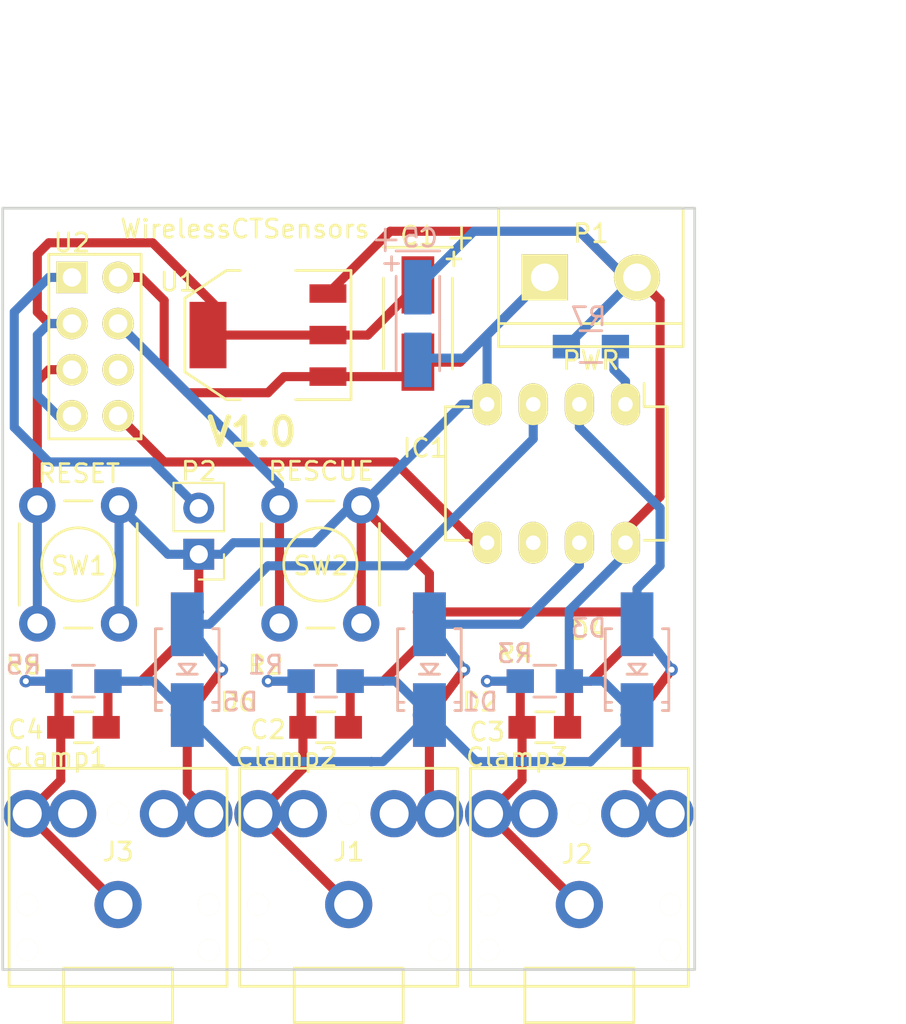
<source format=kicad_pcb>
(kicad_pcb (version 4) (host pcbnew 4.0.6)

  (general
    (links 67)
    (no_connects 0)
    (area 126.115 72.865 179.935 129.025001)
    (thickness 1.6)
    (drawings 14)
    (tracks 216)
    (zones 0)
    (modules 28)
    (nets 15)
  )

  (page A4)
  (layers
    (0 F.Cu signal)
    (31 B.Cu signal)
    (32 B.Adhes user)
    (33 F.Adhes user)
    (34 B.Paste user)
    (35 F.Paste user)
    (36 B.SilkS user)
    (37 F.SilkS user)
    (38 B.Mask user)
    (39 F.Mask user)
    (40 Dwgs.User user)
    (41 Cmts.User user)
    (42 Eco1.User user)
    (43 Eco2.User user)
    (44 Edge.Cuts user)
    (45 Margin user)
    (47 F.CrtYd user)
    (49 F.Fab user)
  )

  (setup
    (last_trace_width 0.5)
    (trace_clearance 0.3)
    (zone_clearance 0.508)
    (zone_45_only no)
    (trace_min 0.1524)
    (segment_width 0.2)
    (edge_width 0.15)
    (via_size 0.6858)
    (via_drill 0.3302)
    (via_min_size 0.6858)
    (via_min_drill 0.3302)
    (uvia_size 0.762)
    (uvia_drill 0.508)
    (uvias_allowed no)
    (uvia_min_size 0)
    (uvia_min_drill 0)
    (pcb_text_width 0.3)
    (pcb_text_size 1.5 1.5)
    (mod_edge_width 0.15)
    (mod_text_size 1 1)
    (mod_text_width 0.15)
    (pad_size 3.6576 2.032)
    (pad_drill 0)
    (pad_to_mask_clearance 0.2)
    (aux_axis_origin 0 0)
    (visible_elements 7FFEFFFF)
    (pcbplotparams
      (layerselection 0x010f0_80000001)
      (usegerberextensions true)
      (excludeedgelayer true)
      (linewidth 0.100000)
      (plotframeref false)
      (viasonmask false)
      (mode 1)
      (useauxorigin false)
      (hpglpennumber 1)
      (hpglpenspeed 20)
      (hpglpendiameter 15)
      (hpglpenoverlay 2)
      (psnegative false)
      (psa4output false)
      (plotreference true)
      (plotvalue true)
      (plotinvisibletext false)
      (padsonsilk false)
      (subtractmaskfromsilk false)
      (outputformat 1)
      (mirror false)
      (drillshape 0)
      (scaleselection 1)
      (outputdirectory gerber))
  )

  (net 0 "")
  (net 1 VCC2)
  (net 2 GND)
  (net 3 "Net-(C2-Pad2)")
  (net 4 "Net-(C3-Pad2)")
  (net 5 "Net-(C4-Pad2)")
  (net 6 VCC)
  (net 7 "Net-(D1-Pad2)")
  (net 8 "Net-(D3-Pad2)")
  (net 9 "Net-(D5-Pad2)")
  (net 10 "Net-(IC1-Pad5)")
  (net 11 "Net-(SW1-Pad1)")
  (net 12 "Net-(SW2-Pad1)")
  (net 13 "Net-(IC1-Pad1)")
  (net 14 "Net-(P2-Pad2)")

  (net_class Default "This is the default net class."
    (clearance 0.3)
    (trace_width 0.5)
    (via_dia 0.6858)
    (via_drill 0.3302)
    (uvia_dia 0.762)
    (uvia_drill 0.508)
    (add_net GND)
    (add_net "Net-(C2-Pad2)")
    (add_net "Net-(C3-Pad2)")
    (add_net "Net-(C4-Pad2)")
    (add_net "Net-(D1-Pad2)")
    (add_net "Net-(D3-Pad2)")
    (add_net "Net-(D5-Pad2)")
    (add_net "Net-(IC1-Pad1)")
    (add_net "Net-(IC1-Pad5)")
    (add_net "Net-(P2-Pad2)")
    (add_net "Net-(SW1-Pad1)")
    (add_net "Net-(SW2-Pad1)")
    (add_net VCC)
    (add_net VCC2)
  )

  (module TO_SOT_Packages_SMD:SOT-223 placed (layer F.Cu) (tedit 58693D3C) (tstamp 57F6773A)
    (at 140.97 90.805 90)
    (descr "module CMS SOT223 4 pins")
    (tags "CMS SOT")
    (path /57F5388B)
    (attr smd)
    (fp_text reference U1 (at 2.921 -4.953 180) (layer F.SilkS)
      (effects (font (size 1 1) (thickness 0.15)))
    )
    (fp_text value "LM1117 3.3" (at 0 0.762 90) (layer F.Fab)
      (effects (font (size 1 1) (thickness 0.15)))
    )
    (fp_line (start -3.556 1.524) (end -3.556 4.572) (layer F.SilkS) (width 0.15))
    (fp_line (start -3.556 4.572) (end 3.556 4.572) (layer F.SilkS) (width 0.15))
    (fp_line (start 3.556 4.572) (end 3.556 1.524) (layer F.SilkS) (width 0.15))
    (fp_line (start -3.556 -1.524) (end -3.556 -2.286) (layer F.SilkS) (width 0.15))
    (fp_line (start -3.556 -2.286) (end -2.032 -4.572) (layer F.SilkS) (width 0.15))
    (fp_line (start -2.032 -4.572) (end 2.032 -4.572) (layer F.SilkS) (width 0.15))
    (fp_line (start 2.032 -4.572) (end 3.556 -2.286) (layer F.SilkS) (width 0.15))
    (fp_line (start 3.556 -2.286) (end 3.556 -1.524) (layer F.SilkS) (width 0.15))
    (pad 2 smd rect (at 0 -3.302 90) (size 3.6576 2.032) (layers F.Cu F.Paste F.Mask)
      (net 1 VCC2))
    (pad 2 smd rect (at 0 3.302 90) (size 1.016 2.032) (layers F.Cu F.Paste F.Mask)
      (net 1 VCC2))
    (pad 3 smd rect (at 2.286 3.302 90) (size 1.016 2.032) (layers F.Cu F.Paste F.Mask)
      (net 6 VCC))
    (pad 1 smd rect (at -2.286 3.302 90) (size 1.016 2.032) (layers F.Cu F.Paste F.Mask)
      (net 2 GND))
    (model TO_SOT_Packages_SMD.3dshapes/SOT-223.wrl
      (at (xyz 0 0 0))
      (scale (xyz 0.4 0.4 0.4))
      (rotate (xyz 0 0 0))
    )
  )

  (module ESP8266:ESP-01 (layer F.Cu) (tedit 582D94E2) (tstamp 58262BAF)
    (at 130.175 87.63)
    (descr "Module, ESP-8266, ESP-01, 8 pin")
    (tags "Module ESP-8266 ESP8266")
    (path /57F5387A)
    (fp_text reference U2 (at 0 -1.905) (layer F.SilkS)
      (effects (font (size 1 1) (thickness 0.15)))
    )
    (fp_text value ESP-01 (at 12.192 3.556) (layer F.Fab)
      (effects (font (size 1 1) (thickness 0.15)))
    )
    (fp_line (start -1.778 -3.302) (end 22.86 -3.302) (layer F.Fab) (width 0.05))
    (fp_line (start 22.86 -3.302) (end 22.86 10.922) (layer F.Fab) (width 0.05))
    (fp_line (start 22.86 10.922) (end -1.778 10.922) (layer F.Fab) (width 0.05))
    (fp_line (start -1.778 10.922) (end -1.778 -3.302) (layer F.Fab) (width 0.05))
    (fp_line (start 1.27 -1.27) (end -1.27 -1.27) (layer F.SilkS) (width 0.1524))
    (fp_line (start -1.27 -1.27) (end -1.27 1.27) (layer F.SilkS) (width 0.1524))
    (fp_line (start -1.75 -1.75) (end -1.75 9.4) (layer F.CrtYd) (width 0.05))
    (fp_line (start 4.3 -1.75) (end 4.3 9.4) (layer F.CrtYd) (width 0.05))
    (fp_line (start -1.75 -1.75) (end 4.3 -1.75) (layer F.CrtYd) (width 0.05))
    (fp_line (start -1.75 9.4) (end 4.3 9.4) (layer F.CrtYd) (width 0.05))
    (fp_line (start -1.27 1.27) (end -1.27 8.89) (layer F.SilkS) (width 0.1524))
    (fp_line (start -1.27 8.89) (end 3.81 8.89) (layer F.SilkS) (width 0.1524))
    (fp_line (start 3.81 8.89) (end 3.81 -1.27) (layer F.SilkS) (width 0.1524))
    (fp_line (start 3.81 -1.27) (end 1.27 -1.27) (layer F.SilkS) (width 0.1524))
    (pad 1 thru_hole rect (at 0 0) (size 1.7272 1.7272) (drill 1.016) (layers *.Cu *.Mask F.SilkS)
      (net 14 "Net-(P2-Pad2)"))
    (pad 2 thru_hole oval (at 2.54 0) (size 1.7272 1.7272) (drill 1.016) (layers *.Cu *.Mask F.SilkS)
      (net 2 GND))
    (pad 3 thru_hole oval (at 0 2.54) (size 1.7272 1.7272) (drill 1.016) (layers *.Cu *.Mask F.SilkS)
      (net 1 VCC2))
    (pad 4 thru_hole oval (at 2.54 2.54) (size 1.7272 1.7272) (drill 1.016) (layers *.Cu *.Mask F.SilkS)
      (net 12 "Net-(SW2-Pad1)"))
    (pad 5 thru_hole oval (at 0 5.08) (size 1.7272 1.7272) (drill 1.016) (layers *.Cu *.Mask F.SilkS)
      (net 11 "Net-(SW1-Pad1)"))
    (pad 6 thru_hole oval (at 2.54 5.08) (size 1.7272 1.7272) (drill 1.016) (layers *.Cu *.Mask F.SilkS))
    (pad 7 thru_hole oval (at 0 7.62) (size 1.7272 1.7272) (drill 1.016) (layers *.Cu *.Mask F.SilkS)
      (net 1 VCC2))
    (pad 8 thru_hole oval (at 2.54 7.62) (size 1.7272 1.7272) (drill 1.016) (layers *.Cu *.Mask F.SilkS)
      (net 10 "Net-(IC1-Pad5)"))
  )

  (module Buttons_Switches_ThroughHole:SW_PUSH_6mm placed (layer F.Cu) (tedit 58692DE3) (tstamp 57F67732)
    (at 141.605 106.68 90)
    (descr https://www.omron.com/ecb/products/pdf/en-b3f.pdf)
    (tags "tact sw push 6mm")
    (path /57F5388A)
    (fp_text reference SW2 (at 3.175 2.286 180) (layer F.SilkS)
      (effects (font (size 1 1) (thickness 0.15)))
    )
    (fp_text value RESCUE_MODE (at 3.75 6.7 90) (layer F.Fab)
      (effects (font (size 1 1) (thickness 0.15)))
    )
    (fp_line (start 3.25 -0.75) (end 6.25 -0.75) (layer F.Fab) (width 0.15))
    (fp_line (start 6.25 -0.75) (end 6.25 5.25) (layer F.Fab) (width 0.15))
    (fp_line (start 6.25 5.25) (end 0.25 5.25) (layer F.Fab) (width 0.15))
    (fp_line (start 0.25 5.25) (end 0.25 -0.75) (layer F.Fab) (width 0.15))
    (fp_line (start 0.25 -0.75) (end 3.25 -0.75) (layer F.Fab) (width 0.15))
    (fp_line (start 7.75 6) (end 8 6) (layer F.CrtYd) (width 0.05))
    (fp_line (start 8 6) (end 8 5.75) (layer F.CrtYd) (width 0.05))
    (fp_line (start 7.75 -1.5) (end 8 -1.5) (layer F.CrtYd) (width 0.05))
    (fp_line (start 8 -1.5) (end 8 -1.25) (layer F.CrtYd) (width 0.05))
    (fp_line (start -1.5 -1.25) (end -1.5 -1.5) (layer F.CrtYd) (width 0.05))
    (fp_line (start -1.5 -1.5) (end -1.25 -1.5) (layer F.CrtYd) (width 0.05))
    (fp_line (start -1.5 5.75) (end -1.5 6) (layer F.CrtYd) (width 0.05))
    (fp_line (start -1.5 6) (end -1.25 6) (layer F.CrtYd) (width 0.05))
    (fp_circle (center 3.25 2.25) (end 1.25 2.5) (layer F.SilkS) (width 0.15))
    (fp_line (start -1.25 -1.5) (end 7.75 -1.5) (layer F.CrtYd) (width 0.05))
    (fp_line (start -1.5 5.75) (end -1.5 -1.25) (layer F.CrtYd) (width 0.05))
    (fp_line (start 7.75 6) (end -1.25 6) (layer F.CrtYd) (width 0.05))
    (fp_line (start 8 -1.25) (end 8 5.75) (layer F.CrtYd) (width 0.05))
    (fp_line (start 1 5.5) (end 5.5 5.5) (layer F.SilkS) (width 0.15))
    (fp_line (start -0.25 1.5) (end -0.25 3) (layer F.SilkS) (width 0.15))
    (fp_line (start 5.5 -1) (end 1 -1) (layer F.SilkS) (width 0.15))
    (fp_line (start 6.75 3) (end 6.75 1.5) (layer F.SilkS) (width 0.15))
    (pad 2 thru_hole circle (at 0 4.5 180) (size 2 2) (drill 1.1) (layers *.Cu *.Mask)
      (net 2 GND))
    (pad 1 thru_hole circle (at 0 0 180) (size 2 2) (drill 1.1) (layers *.Cu *.Mask)
      (net 12 "Net-(SW2-Pad1)"))
    (pad 2 thru_hole circle (at 6.5 4.5 180) (size 2 2) (drill 1.1) (layers *.Cu *.Mask)
      (net 2 GND))
    (pad 1 thru_hole circle (at 6.5 0 180) (size 2 2) (drill 1.1) (layers *.Cu *.Mask)
      (net 12 "Net-(SW2-Pad1)"))
  )

  (module Housings_DIP:DIP-8_W7.62mm_LongPads placed (layer F.Cu) (tedit 58692E75) (tstamp 57F676E6)
    (at 160.655 94.615 270)
    (descr "8-lead dip package, row spacing 7.62 mm (300 mils), longer pads")
    (tags "dil dip 2.54 300")
    (path /57F53928)
    (fp_text reference IC1 (at 2.413 11.049 360) (layer F.SilkS)
      (effects (font (size 1 1) (thickness 0.15)))
    )
    (fp_text value ATTINY85-S (at 0 -3.72 270) (layer F.Fab)
      (effects (font (size 1 1) (thickness 0.15)))
    )
    (fp_line (start -1.4 -2.45) (end -1.4 10.1) (layer F.CrtYd) (width 0.05))
    (fp_line (start 9 -2.45) (end 9 10.1) (layer F.CrtYd) (width 0.05))
    (fp_line (start -1.4 -2.45) (end 9 -2.45) (layer F.CrtYd) (width 0.05))
    (fp_line (start -1.4 10.1) (end 9 10.1) (layer F.CrtYd) (width 0.05))
    (fp_line (start 0.135 -2.295) (end 0.135 -1.025) (layer F.SilkS) (width 0.15))
    (fp_line (start 7.485 -2.295) (end 7.485 -1.025) (layer F.SilkS) (width 0.15))
    (fp_line (start 7.485 9.915) (end 7.485 8.645) (layer F.SilkS) (width 0.15))
    (fp_line (start 0.135 9.915) (end 0.135 8.645) (layer F.SilkS) (width 0.15))
    (fp_line (start 0.135 -2.295) (end 7.485 -2.295) (layer F.SilkS) (width 0.15))
    (fp_line (start 0.135 9.915) (end 7.485 9.915) (layer F.SilkS) (width 0.15))
    (fp_line (start 0.135 -1.025) (end -1.15 -1.025) (layer F.SilkS) (width 0.15))
    (pad 1 thru_hole oval (at 0 0 270) (size 2.3 1.6) (drill 0.8) (layers *.Cu *.Mask F.SilkS)
      (net 13 "Net-(IC1-Pad1)"))
    (pad 2 thru_hole oval (at 0 2.54 270) (size 2.3 1.6) (drill 0.8) (layers *.Cu *.Mask F.SilkS)
      (net 8 "Net-(D3-Pad2)"))
    (pad 3 thru_hole oval (at 0 5.08 270) (size 2.3 1.6) (drill 0.8) (layers *.Cu *.Mask F.SilkS)
      (net 9 "Net-(D5-Pad2)"))
    (pad 4 thru_hole oval (at 0 7.62 270) (size 2.3 1.6) (drill 0.8) (layers *.Cu *.Mask F.SilkS)
      (net 2 GND))
    (pad 5 thru_hole oval (at 7.62 7.62 270) (size 2.3 1.6) (drill 0.8) (layers *.Cu *.Mask F.SilkS)
      (net 10 "Net-(IC1-Pad5)"))
    (pad 6 thru_hole oval (at 7.62 5.08 270) (size 2.3 1.6) (drill 0.8) (layers *.Cu *.Mask F.SilkS))
    (pad 7 thru_hole oval (at 7.62 2.54 270) (size 2.3 1.6) (drill 0.8) (layers *.Cu *.Mask F.SilkS)
      (net 7 "Net-(D1-Pad2)"))
    (pad 8 thru_hole oval (at 7.62 0 270) (size 2.3 1.6) (drill 0.8) (layers *.Cu *.Mask F.SilkS)
      (net 6 VCC))
    (model Housings_DIP.3dshapes/DIP-8_W7.62mm_LongPads.wrl
      (at (xyz 0 0 0))
      (scale (xyz 1 1 1))
      (rotate (xyz 0 0 0))
    )
  )

  (module Connect:bornier2 placed (layer F.Cu) (tedit 58692E1B) (tstamp 57F676EC)
    (at 158.75 87.63)
    (descr "Bornier d'alimentation 2 pins")
    (tags DEV)
    (path /57F5388E)
    (fp_text reference P1 (at 0 -2.413) (layer F.SilkS)
      (effects (font (size 1 1) (thickness 0.15)))
    )
    (fp_text value "Power Connector" (at 0 5.08) (layer F.Fab)
      (effects (font (size 1 1) (thickness 0.15)))
    )
    (fp_line (start 5.08 2.54) (end -5.08 2.54) (layer F.SilkS) (width 0.15))
    (fp_line (start 5.08 3.81) (end 5.08 -3.81) (layer F.SilkS) (width 0.15))
    (fp_line (start 5.08 -3.81) (end -5.08 -3.81) (layer F.SilkS) (width 0.15))
    (fp_line (start -5.08 -3.81) (end -5.08 3.81) (layer F.SilkS) (width 0.15))
    (fp_line (start -5.08 3.81) (end 5.08 3.81) (layer F.SilkS) (width 0.15))
    (pad 1 thru_hole rect (at -2.54 0) (size 2.54 2.54) (drill 1.524) (layers *.Cu *.Mask F.SilkS)
      (net 2 GND))
    (pad 2 thru_hole circle (at 2.54 0) (size 2.54 2.54) (drill 1.524) (layers *.Cu *.Mask F.SilkS)
      (net 6 VCC))
    (model Connect.3dshapes/bornier2.wrl
      (at (xyz 0 0 0))
      (scale (xyz 1 1 1))
      (rotate (xyz 0 0 0))
    )
  )

  (module Buttons_Switches_ThroughHole:SW_PUSH_6mm placed (layer F.Cu) (tedit 58692DDB) (tstamp 57F6772A)
    (at 128.27 106.68 90)
    (descr https://www.omron.com/ecb/products/pdf/en-b3f.pdf)
    (tags "tact sw push 6mm")
    (path /57F53886)
    (fp_text reference SW1 (at 3.175 2.286 180) (layer F.SilkS)
      (effects (font (size 1 1) (thickness 0.15)))
    )
    (fp_text value RESET (at 3.75 6.7 90) (layer F.Fab)
      (effects (font (size 1 1) (thickness 0.15)))
    )
    (fp_line (start 3.25 -0.75) (end 6.25 -0.75) (layer F.Fab) (width 0.15))
    (fp_line (start 6.25 -0.75) (end 6.25 5.25) (layer F.Fab) (width 0.15))
    (fp_line (start 6.25 5.25) (end 0.25 5.25) (layer F.Fab) (width 0.15))
    (fp_line (start 0.25 5.25) (end 0.25 -0.75) (layer F.Fab) (width 0.15))
    (fp_line (start 0.25 -0.75) (end 3.25 -0.75) (layer F.Fab) (width 0.15))
    (fp_line (start 7.75 6) (end 8 6) (layer F.CrtYd) (width 0.05))
    (fp_line (start 8 6) (end 8 5.75) (layer F.CrtYd) (width 0.05))
    (fp_line (start 7.75 -1.5) (end 8 -1.5) (layer F.CrtYd) (width 0.05))
    (fp_line (start 8 -1.5) (end 8 -1.25) (layer F.CrtYd) (width 0.05))
    (fp_line (start -1.5 -1.25) (end -1.5 -1.5) (layer F.CrtYd) (width 0.05))
    (fp_line (start -1.5 -1.5) (end -1.25 -1.5) (layer F.CrtYd) (width 0.05))
    (fp_line (start -1.5 5.75) (end -1.5 6) (layer F.CrtYd) (width 0.05))
    (fp_line (start -1.5 6) (end -1.25 6) (layer F.CrtYd) (width 0.05))
    (fp_circle (center 3.25 2.25) (end 1.25 2.5) (layer F.SilkS) (width 0.15))
    (fp_line (start -1.25 -1.5) (end 7.75 -1.5) (layer F.CrtYd) (width 0.05))
    (fp_line (start -1.5 5.75) (end -1.5 -1.25) (layer F.CrtYd) (width 0.05))
    (fp_line (start 7.75 6) (end -1.25 6) (layer F.CrtYd) (width 0.05))
    (fp_line (start 8 -1.25) (end 8 5.75) (layer F.CrtYd) (width 0.05))
    (fp_line (start 1 5.5) (end 5.5 5.5) (layer F.SilkS) (width 0.15))
    (fp_line (start -0.25 1.5) (end -0.25 3) (layer F.SilkS) (width 0.15))
    (fp_line (start 5.5 -1) (end 1 -1) (layer F.SilkS) (width 0.15))
    (fp_line (start 6.75 3) (end 6.75 1.5) (layer F.SilkS) (width 0.15))
    (pad 2 thru_hole circle (at 0 4.5 180) (size 2 2) (drill 1.1) (layers *.Cu *.Mask)
      (net 2 GND))
    (pad 1 thru_hole circle (at 0 0 180) (size 2 2) (drill 1.1) (layers *.Cu *.Mask)
      (net 11 "Net-(SW1-Pad1)"))
    (pad 2 thru_hole circle (at 6.5 4.5 180) (size 2 2) (drill 1.1) (layers *.Cu *.Mask)
      (net 2 GND))
    (pad 1 thru_hole circle (at 6.5 0 180) (size 2 2) (drill 1.1) (layers *.Cu *.Mask)
      (net 11 "Net-(SW1-Pad1)"))
  )

  (module Capacitors_SMD:C_0805_HandSoldering (layer F.Cu) (tedit 58693A43) (tstamp 5826279B)
    (at 156.21 112.395 180)
    (descr "Capacitor SMD 0805, hand soldering")
    (tags "capacitor 0805")
    (path /57F5863F)
    (attr smd)
    (fp_text reference C3 (at 3.175 -0.254 180) (layer F.SilkS)
      (effects (font (size 1 1) (thickness 0.15)))
    )
    (fp_text value 10uF (at 0 2.1 180) (layer F.Fab)
      (effects (font (size 1 1) (thickness 0.15)))
    )
    (fp_line (start -1 0.625) (end -1 -0.625) (layer F.Fab) (width 0.15))
    (fp_line (start 1 0.625) (end -1 0.625) (layer F.Fab) (width 0.15))
    (fp_line (start 1 -0.625) (end 1 0.625) (layer F.Fab) (width 0.15))
    (fp_line (start -1 -0.625) (end 1 -0.625) (layer F.Fab) (width 0.15))
    (fp_line (start -2.3 -1) (end 2.3 -1) (layer F.CrtYd) (width 0.05))
    (fp_line (start -2.3 1) (end 2.3 1) (layer F.CrtYd) (width 0.05))
    (fp_line (start -2.3 -1) (end -2.3 1) (layer F.CrtYd) (width 0.05))
    (fp_line (start 2.3 -1) (end 2.3 1) (layer F.CrtYd) (width 0.05))
    (fp_line (start 0.5 -0.85) (end -0.5 -0.85) (layer F.SilkS) (width 0.15))
    (fp_line (start -0.5 0.85) (end 0.5 0.85) (layer F.SilkS) (width 0.15))
    (pad 1 smd rect (at -1.25 0 180) (size 1.5 1.25) (layers F.Cu F.Paste F.Mask)
      (net 2 GND))
    (pad 2 smd rect (at 1.25 0 180) (size 1.5 1.25) (layers F.Cu F.Paste F.Mask)
      (net 4 "Net-(C3-Pad2)"))
    (model Capacitors_SMD.3dshapes/C_0805_HandSoldering.wrl
      (at (xyz 0 0 0))
      (scale (xyz 1 1 1))
      (rotate (xyz 0 0 0))
    )
  )

  (module Capacitors_SMD:C_0805_HandSoldering (layer F.Cu) (tedit 58693A3A) (tstamp 582627AA)
    (at 130.81 112.395 180)
    (descr "Capacitor SMD 0805, hand soldering")
    (tags "capacitor 0805")
    (path /57F58739)
    (attr smd)
    (fp_text reference C4 (at 3.175 -0.127 180) (layer F.SilkS)
      (effects (font (size 1 1) (thickness 0.15)))
    )
    (fp_text value 10uF (at 0 2.1 180) (layer F.Fab)
      (effects (font (size 1 1) (thickness 0.15)))
    )
    (fp_line (start -1 0.625) (end -1 -0.625) (layer F.Fab) (width 0.15))
    (fp_line (start 1 0.625) (end -1 0.625) (layer F.Fab) (width 0.15))
    (fp_line (start 1 -0.625) (end 1 0.625) (layer F.Fab) (width 0.15))
    (fp_line (start -1 -0.625) (end 1 -0.625) (layer F.Fab) (width 0.15))
    (fp_line (start -2.3 -1) (end 2.3 -1) (layer F.CrtYd) (width 0.05))
    (fp_line (start -2.3 1) (end 2.3 1) (layer F.CrtYd) (width 0.05))
    (fp_line (start -2.3 -1) (end -2.3 1) (layer F.CrtYd) (width 0.05))
    (fp_line (start 2.3 -1) (end 2.3 1) (layer F.CrtYd) (width 0.05))
    (fp_line (start 0.5 -0.85) (end -0.5 -0.85) (layer F.SilkS) (width 0.15))
    (fp_line (start -0.5 0.85) (end 0.5 0.85) (layer F.SilkS) (width 0.15))
    (pad 1 smd rect (at -1.25 0 180) (size 1.5 1.25) (layers F.Cu F.Paste F.Mask)
      (net 2 GND))
    (pad 2 smd rect (at 1.25 0 180) (size 1.5 1.25) (layers F.Cu F.Paste F.Mask)
      (net 5 "Net-(C4-Pad2)"))
    (model Capacitors_SMD.3dshapes/C_0805_HandSoldering.wrl
      (at (xyz 0 0 0))
      (scale (xyz 1 1 1))
      (rotate (xyz 0 0 0))
    )
  )

  (module Resistors_SMD:R_0805_HandSoldering (layer F.Cu) (tedit 58693A87) (tstamp 5826284E)
    (at 144.145 109.855)
    (descr "Resistor SMD 0805, hand soldering")
    (tags "resistor 0805")
    (path /57F53880)
    (attr smd)
    (fp_text reference R2 (at -3.302 -0.889) (layer F.SilkS)
      (effects (font (size 1 1) (thickness 0.15)))
    )
    (fp_text value 330K (at 0 2.1) (layer F.Fab)
      (effects (font (size 1 1) (thickness 0.15)))
    )
    (fp_line (start -2.4 -1) (end 2.4 -1) (layer F.CrtYd) (width 0.05))
    (fp_line (start -2.4 1) (end 2.4 1) (layer F.CrtYd) (width 0.05))
    (fp_line (start -2.4 -1) (end -2.4 1) (layer F.CrtYd) (width 0.05))
    (fp_line (start 2.4 -1) (end 2.4 1) (layer F.CrtYd) (width 0.05))
    (fp_line (start 0.6 0.875) (end -0.6 0.875) (layer F.SilkS) (width 0.15))
    (fp_line (start -0.6 -0.875) (end 0.6 -0.875) (layer F.SilkS) (width 0.15))
    (pad 1 smd rect (at -1.35 0) (size 1.5 1.3) (layers F.Cu F.Paste F.Mask)
      (net 3 "Net-(C2-Pad2)"))
    (pad 2 smd rect (at 1.35 0) (size 1.5 1.3) (layers F.Cu F.Paste F.Mask)
      (net 2 GND))
    (model Resistors_SMD.3dshapes/R_0805_HandSoldering.wrl
      (at (xyz 0 0 0))
      (scale (xyz 1 1 1))
      (rotate (xyz 0 0 0))
    )
  )

  (module Resistors_SMD:R_0805_HandSoldering (layer F.Cu) (tedit 58693A95) (tstamp 58262864)
    (at 156.21 109.855)
    (descr "Resistor SMD 0805, hand soldering")
    (tags "resistor 0805")
    (path /57F5864B)
    (attr smd)
    (fp_text reference R4 (at -1.651 -1.524) (layer F.SilkS)
      (effects (font (size 1 1) (thickness 0.15)))
    )
    (fp_text value 330K (at 0 2.1) (layer F.Fab)
      (effects (font (size 1 1) (thickness 0.15)))
    )
    (fp_line (start -2.4 -1) (end 2.4 -1) (layer F.CrtYd) (width 0.05))
    (fp_line (start -2.4 1) (end 2.4 1) (layer F.CrtYd) (width 0.05))
    (fp_line (start -2.4 -1) (end -2.4 1) (layer F.CrtYd) (width 0.05))
    (fp_line (start 2.4 -1) (end 2.4 1) (layer F.CrtYd) (width 0.05))
    (fp_line (start 0.6 0.875) (end -0.6 0.875) (layer F.SilkS) (width 0.15))
    (fp_line (start -0.6 -0.875) (end 0.6 -0.875) (layer F.SilkS) (width 0.15))
    (pad 1 smd rect (at -1.35 0) (size 1.5 1.3) (layers F.Cu F.Paste F.Mask)
      (net 4 "Net-(C3-Pad2)"))
    (pad 2 smd rect (at 1.35 0) (size 1.5 1.3) (layers F.Cu F.Paste F.Mask)
      (net 2 GND))
    (model Resistors_SMD.3dshapes/R_0805_HandSoldering.wrl
      (at (xyz 0 0 0))
      (scale (xyz 1 1 1))
      (rotate (xyz 0 0 0))
    )
  )

  (module Resistors_SMD:R_0805_HandSoldering (layer F.Cu) (tedit 58693A7E) (tstamp 5826287A)
    (at 130.81 109.855)
    (descr "Resistor SMD 0805, hand soldering")
    (tags "resistor 0805")
    (path /57F58745)
    (attr smd)
    (fp_text reference R6 (at -3.302 -0.889) (layer F.SilkS)
      (effects (font (size 1 1) (thickness 0.15)))
    )
    (fp_text value 330K (at 0 2.1) (layer F.Fab)
      (effects (font (size 1 1) (thickness 0.15)))
    )
    (fp_line (start -2.4 -1) (end 2.4 -1) (layer F.CrtYd) (width 0.05))
    (fp_line (start -2.4 1) (end 2.4 1) (layer F.CrtYd) (width 0.05))
    (fp_line (start -2.4 -1) (end -2.4 1) (layer F.CrtYd) (width 0.05))
    (fp_line (start 2.4 -1) (end 2.4 1) (layer F.CrtYd) (width 0.05))
    (fp_line (start 0.6 0.875) (end -0.6 0.875) (layer F.SilkS) (width 0.15))
    (fp_line (start -0.6 -0.875) (end 0.6 -0.875) (layer F.SilkS) (width 0.15))
    (pad 1 smd rect (at -1.35 0) (size 1.5 1.3) (layers F.Cu F.Paste F.Mask)
      (net 5 "Net-(C4-Pad2)"))
    (pad 2 smd rect (at 1.35 0) (size 1.5 1.3) (layers F.Cu F.Paste F.Mask)
      (net 2 GND))
    (model Resistors_SMD.3dshapes/R_0805_HandSoldering.wrl
      (at (xyz 0 0 0))
      (scale (xyz 1 1 1))
      (rotate (xyz 0 0 0))
    )
  )

  (module Resistors_SMD:R_0805_HandSoldering (layer B.Cu) (tedit 58692E16) (tstamp 582ECECD)
    (at 158.75 91.44 180)
    (descr "Resistor SMD 0805, hand soldering")
    (tags "resistor 0805")
    (path /582EE81C)
    (attr smd)
    (fp_text reference R7 (at 0.127 1.651 180) (layer B.SilkS)
      (effects (font (size 1 1) (thickness 0.15)) (justify mirror))
    )
    (fp_text value 10K (at 0 -2.1 180) (layer B.Fab)
      (effects (font (size 1 1) (thickness 0.15)) (justify mirror))
    )
    (fp_line (start -2.4 1) (end 2.4 1) (layer B.CrtYd) (width 0.05))
    (fp_line (start -2.4 -1) (end 2.4 -1) (layer B.CrtYd) (width 0.05))
    (fp_line (start -2.4 1) (end -2.4 -1) (layer B.CrtYd) (width 0.05))
    (fp_line (start 2.4 1) (end 2.4 -1) (layer B.CrtYd) (width 0.05))
    (fp_line (start 0.6 -0.875) (end -0.6 -0.875) (layer B.SilkS) (width 0.15))
    (fp_line (start -0.6 0.875) (end 0.6 0.875) (layer B.SilkS) (width 0.15))
    (pad 1 smd rect (at -1.35 0 180) (size 1.5 1.3) (layers B.Cu B.Paste B.Mask)
      (net 13 "Net-(IC1-Pad1)"))
    (pad 2 smd rect (at 1.35 0 180) (size 1.5 1.3) (layers B.Cu B.Paste B.Mask)
      (net 6 VCC))
    (model Resistors_SMD.3dshapes/R_0805_HandSoldering.wrl
      (at (xyz 0 0 0))
      (scale (xyz 1 1 1))
      (rotate (xyz 0 0 0))
    )
  )

  (module Capacitors_Tantalum_SMD:TantalC_SizeB_EIA-3528_HandSoldering (layer F.Cu) (tedit 58692E11) (tstamp 582ECF0A)
    (at 149.225 90.17 270)
    (descr "Tantal Cap. , Size B, EIA-3528, Hand Soldering,")
    (tags "Tantal Cap. , Size B, EIA-3528, Hand Soldering,")
    (path /57F53890)
    (attr smd)
    (fp_text reference C1 (at -4.826 0 360) (layer F.SilkS)
      (effects (font (size 1 1) (thickness 0.15)))
    )
    (fp_text value 100uF (at -0.09906 3.59918 270) (layer F.Fab)
      (effects (font (size 1 1) (thickness 0.15)))
    )
    (fp_text user + (at -3.556 -1.905 270) (layer F.SilkS)
      (effects (font (size 1 1) (thickness 0.15)))
    )
    (fp_line (start -4.20116 -1.89992) (end -4.20116 1.89992) (layer F.SilkS) (width 0.15))
    (fp_line (start 2.49936 -1.89992) (end -2.49936 -1.89992) (layer F.SilkS) (width 0.15))
    (fp_line (start 2.49682 1.89992) (end -2.5019 1.89992) (layer F.SilkS) (width 0.15))
    (fp_line (start -4.70408 -2.90322) (end -4.70408 -1.8034) (layer F.SilkS) (width 0.15))
    (fp_line (start -5.30352 -2.40284) (end -4.10464 -2.40284) (layer F.SilkS) (width 0.15))
    (pad 2 smd rect (at 2.12598 0 270) (size 3.1496 1.80086) (layers F.Cu F.Paste F.Mask)
      (net 2 GND))
    (pad 1 smd rect (at -2.12598 0 270) (size 3.1496 1.80086) (layers F.Cu F.Paste F.Mask)
      (net 1 VCC2))
    (model Capacitors_Tantalum_SMD.3dshapes/TantalC_SizeB_EIA-3528_HandSoldering.wrl
      (at (xyz 0 0 0))
      (scale (xyz 1 1 1))
      (rotate (xyz 0 0 180))
    )
  )

  (module Capacitors_SMD:C_0805_HandSoldering (layer F.Cu) (tedit 58693A40) (tstamp 582ECF15)
    (at 144.145 112.395 180)
    (descr "Capacitor SMD 0805, hand soldering")
    (tags "capacitor 0805")
    (path /57F5387E)
    (attr smd)
    (fp_text reference C2 (at 3.175 -0.127 180) (layer F.SilkS)
      (effects (font (size 1 1) (thickness 0.15)))
    )
    (fp_text value 10uF (at 0 2.1 180) (layer F.Fab)
      (effects (font (size 1 1) (thickness 0.15)))
    )
    (fp_line (start -1 0.625) (end -1 -0.625) (layer F.Fab) (width 0.15))
    (fp_line (start 1 0.625) (end -1 0.625) (layer F.Fab) (width 0.15))
    (fp_line (start 1 -0.625) (end 1 0.625) (layer F.Fab) (width 0.15))
    (fp_line (start -1 -0.625) (end 1 -0.625) (layer F.Fab) (width 0.15))
    (fp_line (start -2.3 -1) (end 2.3 -1) (layer F.CrtYd) (width 0.05))
    (fp_line (start -2.3 1) (end 2.3 1) (layer F.CrtYd) (width 0.05))
    (fp_line (start -2.3 -1) (end -2.3 1) (layer F.CrtYd) (width 0.05))
    (fp_line (start 2.3 -1) (end 2.3 1) (layer F.CrtYd) (width 0.05))
    (fp_line (start 0.5 -0.85) (end -0.5 -0.85) (layer F.SilkS) (width 0.15))
    (fp_line (start -0.5 0.85) (end 0.5 0.85) (layer F.SilkS) (width 0.15))
    (pad 1 smd rect (at -1.25 0 180) (size 1.5 1.25) (layers F.Cu F.Paste F.Mask)
      (net 2 GND))
    (pad 2 smd rect (at 1.25 0 180) (size 1.5 1.25) (layers F.Cu F.Paste F.Mask)
      (net 3 "Net-(C2-Pad2)"))
    (model Capacitors_SMD.3dshapes/C_0805_HandSoldering.wrl
      (at (xyz 0 0 0))
      (scale (xyz 1 1 1))
      (rotate (xyz 0 0 0))
    )
  )

  (module Capacitors_Tantalum_SMD:TantalC_SizeA_EIA-3216_HandSoldering (layer B.Cu) (tedit 58692E09) (tstamp 582ECF24)
    (at 149.225 90.17 270)
    (descr "Tantal Cap. , Size A, EIA-3216, Hand Soldering,")
    (tags "Tantal Cap. , Size A, EIA-3216, Hand Soldering,")
    (path /582ECD7F)
    (attr smd)
    (fp_text reference C5 (at -4.699 -0.127 360) (layer B.SilkS)
      (effects (font (size 1 1) (thickness 0.15)) (justify mirror))
    )
    (fp_text value 10uF (at -0.09906 -3.0988 270) (layer B.Fab)
      (effects (font (size 1 1) (thickness 0.15)) (justify mirror))
    )
    (fp_text user + (at -3.302 1.524 270) (layer B.SilkS)
      (effects (font (size 1 1) (thickness 0.15)) (justify mirror))
    )
    (fp_line (start -2.60096 -1.19888) (end 2.60096 -1.19888) (layer B.SilkS) (width 0.15))
    (fp_line (start 2.60096 1.19888) (end -2.60096 1.19888) (layer B.SilkS) (width 0.15))
    (fp_line (start -4.59994 2.2987) (end -4.59994 1.19888) (layer B.SilkS) (width 0.15))
    (fp_line (start -5.19938 1.79832) (end -4.0005 1.79832) (layer B.SilkS) (width 0.15))
    (fp_line (start -3.99542 1.19888) (end -3.99542 -1.19888) (layer B.SilkS) (width 0.15))
    (pad 2 smd rect (at 1.99898 0 270) (size 2.99974 1.50114) (layers B.Cu B.Paste B.Mask)
      (net 2 GND))
    (pad 1 smd rect (at -1.99898 0 270) (size 2.99974 1.50114) (layers B.Cu B.Paste B.Mask)
      (net 6 VCC))
    (model Capacitors_Tantalum_SMD.3dshapes/TantalC_SizeA_EIA-3216_HandSoldering.wrl
      (at (xyz 0 0 0))
      (scale (xyz 1 1 1))
      (rotate (xyz 0 0 180))
    )
  )

  (module Pin_Headers:Pin_Header_Straight_1x02_Pitch2.54mm (layer F.Cu) (tedit 58692DFD) (tstamp 586910BB)
    (at 137.16 102.87 180)
    (descr "Through hole straight pin header, 1x02, 2.54mm pitch, single row")
    (tags "Through hole pin header THT 1x02 2.54mm single row")
    (path /58690916)
    (fp_text reference P2 (at 0 4.572 180) (layer F.SilkS)
      (effects (font (size 1 1) (thickness 0.15)))
    )
    (fp_text value CONN_01X02 (at 0 4.93 180) (layer F.Fab)
      (effects (font (size 1 1) (thickness 0.15)))
    )
    (fp_line (start -1.27 -1.27) (end -1.27 3.81) (layer F.Fab) (width 0.1))
    (fp_line (start -1.27 3.81) (end 1.27 3.81) (layer F.Fab) (width 0.1))
    (fp_line (start 1.27 3.81) (end 1.27 -1.27) (layer F.Fab) (width 0.1))
    (fp_line (start 1.27 -1.27) (end -1.27 -1.27) (layer F.Fab) (width 0.1))
    (fp_line (start -1.39 1.27) (end -1.39 3.93) (layer F.SilkS) (width 0.12))
    (fp_line (start -1.39 3.93) (end 1.39 3.93) (layer F.SilkS) (width 0.12))
    (fp_line (start 1.39 3.93) (end 1.39 1.27) (layer F.SilkS) (width 0.12))
    (fp_line (start 1.39 1.27) (end -1.39 1.27) (layer F.SilkS) (width 0.12))
    (fp_line (start -1.39 0) (end -1.39 -1.39) (layer F.SilkS) (width 0.12))
    (fp_line (start -1.39 -1.39) (end 0 -1.39) (layer F.SilkS) (width 0.12))
    (fp_line (start -1.6 -1.6) (end -1.6 4.1) (layer F.CrtYd) (width 0.05))
    (fp_line (start -1.6 4.1) (end 1.6 4.1) (layer F.CrtYd) (width 0.05))
    (fp_line (start 1.6 4.1) (end 1.6 -1.6) (layer F.CrtYd) (width 0.05))
    (fp_line (start 1.6 -1.6) (end -1.6 -1.6) (layer F.CrtYd) (width 0.05))
    (pad 1 thru_hole rect (at 0 0 180) (size 1.7 1.7) (drill 1) (layers *.Cu *.Mask)
      (net 2 GND))
    (pad 2 thru_hole oval (at 0 2.54 180) (size 1.7 1.7) (drill 1) (layers *.Cu *.Mask)
      (net 14 "Net-(P2-Pad2)"))
    (model Pin_Headers.3dshapes/Pin_Header_Straight_1x02_Pitch2.54mm.wrl
      (at (xyz 0 -0.05 0))
      (scale (xyz 1 1 1))
      (rotate (xyz 0 0 90))
    )
  )

  (module "Clean Diode SMA:SMA_Handsoldering" (layer B.Cu) (tedit 586939FC) (tstamp 58692DE5)
    (at 149.86 109.22 90)
    (descr "Diode SMA Handsoldering")
    (tags "Diode SMA Handsoldering")
    (path /57F59B44)
    (attr smd)
    (fp_text reference D1 (at -1.778 2.794 180) (layer B.SilkS)
      (effects (font (size 1 1) (thickness 0.15)) (justify mirror))
    )
    (fp_text value 1N4002 (at 0.05 -4.4 90) (layer B.Fab)
      (effects (font (size 1 1) (thickness 0.15)) (justify mirror))
    )
    (fp_line (start -4.5 2) (end 4.5 2) (layer B.CrtYd) (width 0.05))
    (fp_line (start 4.5 2) (end 4.5 -2) (layer B.CrtYd) (width 0.05))
    (fp_line (start 4.5 -2) (end -4.5 -2) (layer B.CrtYd) (width 0.05))
    (fp_line (start -4.5 -2) (end -4.5 2) (layer B.CrtYd) (width 0.05))
    (fp_line (start -0.25 0) (end 0.3 0.45) (layer B.SilkS) (width 0.15))
    (fp_line (start 0.3 0.45) (end 0.3 -0.45) (layer B.SilkS) (width 0.15))
    (fp_line (start 0.3 -0.45) (end -0.25 0) (layer B.SilkS) (width 0.15))
    (fp_line (start -0.25 0.55) (end -0.25 -0.55) (layer B.SilkS) (width 0.15))
    (fp_line (start -1.79914 -1.75006) (end -1.79914 -1.39954) (layer B.SilkS) (width 0.15))
    (fp_line (start -1.79914 1.75006) (end -1.79914 1.39954) (layer B.SilkS) (width 0.15))
    (fp_line (start 2.25044 -1.75006) (end 2.25044 -1.39954) (layer B.SilkS) (width 0.15))
    (fp_line (start -2.25044 -1.75006) (end -2.25044 -1.39954) (layer B.SilkS) (width 0.15))
    (fp_line (start -2.25044 1.75006) (end -2.25044 1.39954) (layer B.SilkS) (width 0.15))
    (fp_line (start 2.25044 1.75006) (end 2.25044 1.39954) (layer B.SilkS) (width 0.15))
    (fp_line (start -2.25044 -1.75006) (end 2.25044 -1.75006) (layer B.SilkS) (width 0.15))
    (fp_line (start -2.25044 1.75006) (end 2.25044 1.75006) (layer B.SilkS) (width 0.15))
    (pad 1 smd rect (at -2.49936 0 90) (size 3.50012 1.80086) (layers B.Cu B.Paste B.Mask)
      (net 6 VCC))
    (pad 2 smd rect (at 2.49936 0 90) (size 3.50012 1.80086) (layers B.Cu B.Paste B.Mask)
      (net 7 "Net-(D1-Pad2)"))
    (model Diodes_SMD.3dshapes/SMA_Handsoldering.wrl
      (at (xyz 0 0 0))
      (scale (xyz 0.3937 0.3937 0.3937))
      (rotate (xyz 0 0 180))
    )
  )

  (module "Clean Diode SMA:SMA_Handsoldering" (layer F.Cu) (tedit 586939FF) (tstamp 58692DFA)
    (at 149.86 109.22 90)
    (descr "Diode SMA Handsoldering")
    (tags "Diode SMA Handsoldering")
    (path /57F59ABC)
    (attr smd)
    (fp_text reference D2 (at -1.778 2.794 180) (layer F.SilkS)
      (effects (font (size 1 1) (thickness 0.15)))
    )
    (fp_text value 1N4002 (at 0.05 4.4 90) (layer F.Fab)
      (effects (font (size 1 1) (thickness 0.15)))
    )
    (fp_line (start -4.5 -2) (end 4.5 -2) (layer F.CrtYd) (width 0.05))
    (fp_line (start 4.5 -2) (end 4.5 2) (layer F.CrtYd) (width 0.05))
    (fp_line (start 4.5 2) (end -4.5 2) (layer F.CrtYd) (width 0.05))
    (fp_line (start -4.5 2) (end -4.5 -2) (layer F.CrtYd) (width 0.05))
    (fp_line (start -0.25 0) (end 0.3 -0.45) (layer F.SilkS) (width 0.15))
    (fp_line (start 0.3 -0.45) (end 0.3 0.45) (layer F.SilkS) (width 0.15))
    (fp_line (start 0.3 0.45) (end -0.25 0) (layer F.SilkS) (width 0.15))
    (fp_line (start -0.25 -0.55) (end -0.25 0.55) (layer F.SilkS) (width 0.15))
    (fp_line (start -1.79914 1.75006) (end -1.79914 1.39954) (layer F.SilkS) (width 0.15))
    (fp_line (start -1.79914 -1.75006) (end -1.79914 -1.39954) (layer F.SilkS) (width 0.15))
    (fp_line (start 2.25044 1.75006) (end 2.25044 1.39954) (layer F.SilkS) (width 0.15))
    (fp_line (start -2.25044 1.75006) (end -2.25044 1.39954) (layer F.SilkS) (width 0.15))
    (fp_line (start -2.25044 -1.75006) (end -2.25044 -1.39954) (layer F.SilkS) (width 0.15))
    (fp_line (start 2.25044 -1.75006) (end 2.25044 -1.39954) (layer F.SilkS) (width 0.15))
    (fp_line (start -2.25044 1.75006) (end 2.25044 1.75006) (layer F.SilkS) (width 0.15))
    (fp_line (start -2.25044 -1.75006) (end 2.25044 -1.75006) (layer F.SilkS) (width 0.15))
    (pad 1 smd rect (at -2.49936 0 90) (size 3.50012 1.80086) (layers F.Cu F.Paste F.Mask)
      (net 7 "Net-(D1-Pad2)"))
    (pad 2 smd rect (at 2.49936 0 90) (size 3.50012 1.80086) (layers F.Cu F.Paste F.Mask)
      (net 2 GND))
    (model Diodes_SMD.3dshapes/SMA_Handsoldering.wrl
      (at (xyz 0 0 0))
      (scale (xyz 0.3937 0.3937 0.3937))
      (rotate (xyz 0 0 180))
    )
  )

  (module "Clean Diode SMA:SMA_Handsoldering" (layer B.Cu) (tedit 58692F08) (tstamp 58692E0F)
    (at 161.29 109.22 90)
    (descr "Diode SMA Handsoldering")
    (tags "Diode SMA Handsoldering")
    (path /57F59A4F)
    (attr smd)
    (fp_text reference D3 (at 2.286 -2.667 180) (layer B.SilkS)
      (effects (font (size 1 1) (thickness 0.15)) (justify mirror))
    )
    (fp_text value 1N4002 (at 0.05 -4.4 90) (layer B.Fab)
      (effects (font (size 1 1) (thickness 0.15)) (justify mirror))
    )
    (fp_line (start -4.5 2) (end 4.5 2) (layer B.CrtYd) (width 0.05))
    (fp_line (start 4.5 2) (end 4.5 -2) (layer B.CrtYd) (width 0.05))
    (fp_line (start 4.5 -2) (end -4.5 -2) (layer B.CrtYd) (width 0.05))
    (fp_line (start -4.5 -2) (end -4.5 2) (layer B.CrtYd) (width 0.05))
    (fp_line (start -0.25 0) (end 0.3 0.45) (layer B.SilkS) (width 0.15))
    (fp_line (start 0.3 0.45) (end 0.3 -0.45) (layer B.SilkS) (width 0.15))
    (fp_line (start 0.3 -0.45) (end -0.25 0) (layer B.SilkS) (width 0.15))
    (fp_line (start -0.25 0.55) (end -0.25 -0.55) (layer B.SilkS) (width 0.15))
    (fp_line (start -1.79914 -1.75006) (end -1.79914 -1.39954) (layer B.SilkS) (width 0.15))
    (fp_line (start -1.79914 1.75006) (end -1.79914 1.39954) (layer B.SilkS) (width 0.15))
    (fp_line (start 2.25044 -1.75006) (end 2.25044 -1.39954) (layer B.SilkS) (width 0.15))
    (fp_line (start -2.25044 -1.75006) (end -2.25044 -1.39954) (layer B.SilkS) (width 0.15))
    (fp_line (start -2.25044 1.75006) (end -2.25044 1.39954) (layer B.SilkS) (width 0.15))
    (fp_line (start 2.25044 1.75006) (end 2.25044 1.39954) (layer B.SilkS) (width 0.15))
    (fp_line (start -2.25044 -1.75006) (end 2.25044 -1.75006) (layer B.SilkS) (width 0.15))
    (fp_line (start -2.25044 1.75006) (end 2.25044 1.75006) (layer B.SilkS) (width 0.15))
    (pad 1 smd rect (at -2.49936 0 90) (size 3.50012 1.80086) (layers B.Cu B.Paste B.Mask)
      (net 6 VCC))
    (pad 2 smd rect (at 2.49936 0 90) (size 3.50012 1.80086) (layers B.Cu B.Paste B.Mask)
      (net 8 "Net-(D3-Pad2)"))
    (model Diodes_SMD.3dshapes/SMA_Handsoldering.wrl
      (at (xyz 0 0 0))
      (scale (xyz 0.3937 0.3937 0.3937))
      (rotate (xyz 0 0 180))
    )
  )

  (module "Clean Diode SMA:SMA_Handsoldering" (layer F.Cu) (tedit 58692F04) (tstamp 58692E24)
    (at 161.29 109.22 90)
    (descr "Diode SMA Handsoldering")
    (tags "Diode SMA Handsoldering")
    (path /57F5999B)
    (attr smd)
    (fp_text reference D4 (at 2.159 -2.667 180) (layer F.SilkS)
      (effects (font (size 1 1) (thickness 0.15)))
    )
    (fp_text value 1N4002 (at 0.05 4.4 90) (layer F.Fab)
      (effects (font (size 1 1) (thickness 0.15)))
    )
    (fp_line (start -4.5 -2) (end 4.5 -2) (layer F.CrtYd) (width 0.05))
    (fp_line (start 4.5 -2) (end 4.5 2) (layer F.CrtYd) (width 0.05))
    (fp_line (start 4.5 2) (end -4.5 2) (layer F.CrtYd) (width 0.05))
    (fp_line (start -4.5 2) (end -4.5 -2) (layer F.CrtYd) (width 0.05))
    (fp_line (start -0.25 0) (end 0.3 -0.45) (layer F.SilkS) (width 0.15))
    (fp_line (start 0.3 -0.45) (end 0.3 0.45) (layer F.SilkS) (width 0.15))
    (fp_line (start 0.3 0.45) (end -0.25 0) (layer F.SilkS) (width 0.15))
    (fp_line (start -0.25 -0.55) (end -0.25 0.55) (layer F.SilkS) (width 0.15))
    (fp_line (start -1.79914 1.75006) (end -1.79914 1.39954) (layer F.SilkS) (width 0.15))
    (fp_line (start -1.79914 -1.75006) (end -1.79914 -1.39954) (layer F.SilkS) (width 0.15))
    (fp_line (start 2.25044 1.75006) (end 2.25044 1.39954) (layer F.SilkS) (width 0.15))
    (fp_line (start -2.25044 1.75006) (end -2.25044 1.39954) (layer F.SilkS) (width 0.15))
    (fp_line (start -2.25044 -1.75006) (end -2.25044 -1.39954) (layer F.SilkS) (width 0.15))
    (fp_line (start 2.25044 -1.75006) (end 2.25044 -1.39954) (layer F.SilkS) (width 0.15))
    (fp_line (start -2.25044 1.75006) (end 2.25044 1.75006) (layer F.SilkS) (width 0.15))
    (fp_line (start -2.25044 -1.75006) (end 2.25044 -1.75006) (layer F.SilkS) (width 0.15))
    (pad 1 smd rect (at -2.49936 0 90) (size 3.50012 1.80086) (layers F.Cu F.Paste F.Mask)
      (net 8 "Net-(D3-Pad2)"))
    (pad 2 smd rect (at 2.49936 0 90) (size 3.50012 1.80086) (layers F.Cu F.Paste F.Mask)
      (net 2 GND))
    (model Diodes_SMD.3dshapes/SMA_Handsoldering.wrl
      (at (xyz 0 0 0))
      (scale (xyz 0.3937 0.3937 0.3937))
      (rotate (xyz 0 0 180))
    )
  )

  (module "Clean Diode SMA:SMA_Handsoldering" (layer B.Cu) (tedit 58693A04) (tstamp 58692E39)
    (at 136.525 109.22 90)
    (descr "Diode SMA Handsoldering")
    (tags "Diode SMA Handsoldering")
    (path /57F58B2E)
    (attr smd)
    (fp_text reference D5 (at -1.778 2.921 180) (layer B.SilkS)
      (effects (font (size 1 1) (thickness 0.15)) (justify mirror))
    )
    (fp_text value 1N4002 (at 0.05 -4.4 90) (layer B.Fab)
      (effects (font (size 1 1) (thickness 0.15)) (justify mirror))
    )
    (fp_line (start -4.5 2) (end 4.5 2) (layer B.CrtYd) (width 0.05))
    (fp_line (start 4.5 2) (end 4.5 -2) (layer B.CrtYd) (width 0.05))
    (fp_line (start 4.5 -2) (end -4.5 -2) (layer B.CrtYd) (width 0.05))
    (fp_line (start -4.5 -2) (end -4.5 2) (layer B.CrtYd) (width 0.05))
    (fp_line (start -0.25 0) (end 0.3 0.45) (layer B.SilkS) (width 0.15))
    (fp_line (start 0.3 0.45) (end 0.3 -0.45) (layer B.SilkS) (width 0.15))
    (fp_line (start 0.3 -0.45) (end -0.25 0) (layer B.SilkS) (width 0.15))
    (fp_line (start -0.25 0.55) (end -0.25 -0.55) (layer B.SilkS) (width 0.15))
    (fp_line (start -1.79914 -1.75006) (end -1.79914 -1.39954) (layer B.SilkS) (width 0.15))
    (fp_line (start -1.79914 1.75006) (end -1.79914 1.39954) (layer B.SilkS) (width 0.15))
    (fp_line (start 2.25044 -1.75006) (end 2.25044 -1.39954) (layer B.SilkS) (width 0.15))
    (fp_line (start -2.25044 -1.75006) (end -2.25044 -1.39954) (layer B.SilkS) (width 0.15))
    (fp_line (start -2.25044 1.75006) (end -2.25044 1.39954) (layer B.SilkS) (width 0.15))
    (fp_line (start 2.25044 1.75006) (end 2.25044 1.39954) (layer B.SilkS) (width 0.15))
    (fp_line (start -2.25044 -1.75006) (end 2.25044 -1.75006) (layer B.SilkS) (width 0.15))
    (fp_line (start -2.25044 1.75006) (end 2.25044 1.75006) (layer B.SilkS) (width 0.15))
    (pad 1 smd rect (at -2.49936 0 90) (size 3.50012 1.80086) (layers B.Cu B.Paste B.Mask)
      (net 6 VCC))
    (pad 2 smd rect (at 2.49936 0 90) (size 3.50012 1.80086) (layers B.Cu B.Paste B.Mask)
      (net 9 "Net-(D5-Pad2)"))
    (model Diodes_SMD.3dshapes/SMA_Handsoldering.wrl
      (at (xyz 0 0 0))
      (scale (xyz 0.3937 0.3937 0.3937))
      (rotate (xyz 0 0 180))
    )
  )

  (module "Clean Diode SMA:SMA_Handsoldering" (layer F.Cu) (tedit 58693A09) (tstamp 58692E4E)
    (at 136.525 109.22 90)
    (descr "Diode SMA Handsoldering")
    (tags "Diode SMA Handsoldering")
    (path /57F58D2F)
    (attr smd)
    (fp_text reference D6 (at -1.778 2.794 180) (layer F.SilkS)
      (effects (font (size 1 1) (thickness 0.15)))
    )
    (fp_text value 1N4002 (at 0.05 4.4 90) (layer F.Fab)
      (effects (font (size 1 1) (thickness 0.15)))
    )
    (fp_line (start -4.5 -2) (end 4.5 -2) (layer F.CrtYd) (width 0.05))
    (fp_line (start 4.5 -2) (end 4.5 2) (layer F.CrtYd) (width 0.05))
    (fp_line (start 4.5 2) (end -4.5 2) (layer F.CrtYd) (width 0.05))
    (fp_line (start -4.5 2) (end -4.5 -2) (layer F.CrtYd) (width 0.05))
    (fp_line (start -0.25 0) (end 0.3 -0.45) (layer F.SilkS) (width 0.15))
    (fp_line (start 0.3 -0.45) (end 0.3 0.45) (layer F.SilkS) (width 0.15))
    (fp_line (start 0.3 0.45) (end -0.25 0) (layer F.SilkS) (width 0.15))
    (fp_line (start -0.25 -0.55) (end -0.25 0.55) (layer F.SilkS) (width 0.15))
    (fp_line (start -1.79914 1.75006) (end -1.79914 1.39954) (layer F.SilkS) (width 0.15))
    (fp_line (start -1.79914 -1.75006) (end -1.79914 -1.39954) (layer F.SilkS) (width 0.15))
    (fp_line (start 2.25044 1.75006) (end 2.25044 1.39954) (layer F.SilkS) (width 0.15))
    (fp_line (start -2.25044 1.75006) (end -2.25044 1.39954) (layer F.SilkS) (width 0.15))
    (fp_line (start -2.25044 -1.75006) (end -2.25044 -1.39954) (layer F.SilkS) (width 0.15))
    (fp_line (start 2.25044 -1.75006) (end 2.25044 -1.39954) (layer F.SilkS) (width 0.15))
    (fp_line (start -2.25044 1.75006) (end 2.25044 1.75006) (layer F.SilkS) (width 0.15))
    (fp_line (start -2.25044 -1.75006) (end 2.25044 -1.75006) (layer F.SilkS) (width 0.15))
    (pad 1 smd rect (at -2.49936 0 90) (size 3.50012 1.80086) (layers F.Cu F.Paste F.Mask)
      (net 9 "Net-(D5-Pad2)"))
    (pad 2 smd rect (at 2.49936 0 90) (size 3.50012 1.80086) (layers F.Cu F.Paste F.Mask)
      (net 2 GND))
    (model Diodes_SMD.3dshapes/SMA_Handsoldering.wrl
      (at (xyz 0 0 0))
      (scale (xyz 0.3937 0.3937 0.3937))
      (rotate (xyz 0 0 180))
    )
  )

  (module jack_trs_5pins:jack_trs_5pins (layer F.Cu) (tedit 58693A24) (tstamp 582EFD6B)
    (at 132.715 120.65 90)
    (descr "module 1 pin (ou trou mecanique de percage)")
    (tags "CONN JACK")
    (path /582F2C18)
    (fp_text reference J3 (at 1.397 0 180) (layer F.SilkS)
      (effects (font (size 1 1) (thickness 0.15)))
    )
    (fp_text value Clamp1 (at -3 7 90) (layer F.Fab)
      (effects (font (size 1 1) (thickness 0.15)))
    )
    (fp_line (start -8 -3) (end -8 3) (layer F.SilkS) (width 0.15))
    (fp_line (start -8 3) (end -5 3) (layer F.SilkS) (width 0.15))
    (fp_line (start -5 3) (end -5 -3) (layer F.SilkS) (width 0.15))
    (fp_line (start -5 -3) (end -8 -3) (layer F.SilkS) (width 0.15))
    (fp_line (start 6 -6) (end -6 -6) (layer F.SilkS) (width 0.15))
    (fp_line (start -6 -6) (end -6 6) (layer F.SilkS) (width 0.15))
    (fp_line (start 6 6) (end 6 -6) (layer F.SilkS) (width 0.15))
    (fp_line (start -6 6) (end 6 6) (layer F.SilkS) (width 0.15))
    (pad "" np_thru_hole circle (at -4 5 90) (size 1.2 1.2) (drill 1.2) (layers *.Cu *.Mask F.SilkS))
    (pad "" np_thru_hole circle (at -4 -5 90) (size 1.2 1.2) (drill 1.2) (layers *.Cu *.Mask F.SilkS))
    (pad "" np_thru_hole circle (at -1.5 5 90) (size 1.2 1.2) (drill 1.2) (layers *.Cu *.Mask F.SilkS))
    (pad "" np_thru_hole circle (at -1.5 -5 90) (size 1.2 1.2) (drill 1.2) (layers *.Cu *.Mask F.SilkS))
    (pad 5 thru_hole circle (at 3.5 5 180) (size 2.6 2.6) (drill 1.6) (layers *.Cu *.Mask)
      (net 9 "Net-(D5-Pad2)"))
    (pad 4 thru_hole circle (at 3.5 2.5 180) (size 2.6 2.6) (drill 1.6) (layers *.Cu *.Mask)
      (net 9 "Net-(D5-Pad2)"))
    (pad 3 thru_hole circle (at 3.5 -2.5 180) (size 2.6 2.6) (drill 1.6) (layers *.Cu *.Mask)
      (net 5 "Net-(C4-Pad2)"))
    (pad 1 thru_hole circle (at -1.5 0 90) (size 2.6 2.6) (drill 1.6) (layers *.Cu *.Mask)
      (net 5 "Net-(C4-Pad2)"))
    (pad 2 thru_hole circle (at 3.5 -5 180) (size 2.6 2.6) (drill 1.6) (layers *.Cu *.Mask)
      (net 5 "Net-(C4-Pad2)"))
    (pad "" np_thru_hole circle (at 3.5 0 90) (size 1.2 1.2) (drill 1.2) (layers *.Cu *.Mask F.SilkS))
    (model Connect.3dshapes/JACK_ALIM.wrl
      (at (xyz 0 0 0))
      (scale (xyz 0.8 0.8 0.8))
      (rotate (xyz 0 0 0))
    )
  )

  (module jack_trs_5pins:jack_trs_5pins (layer F.Cu) (tedit 58693A2A) (tstamp 582EFD3F)
    (at 145.415 120.65 90)
    (descr "module 1 pin (ou trou mecanique de percage)")
    (tags "CONN JACK")
    (path /582F24B4)
    (fp_text reference J1 (at 1.397 0 180) (layer F.SilkS)
      (effects (font (size 1 1) (thickness 0.15)))
    )
    (fp_text value Clamp2 (at -3 7 90) (layer F.Fab)
      (effects (font (size 1 1) (thickness 0.15)))
    )
    (fp_line (start -8 -3) (end -8 3) (layer F.SilkS) (width 0.15))
    (fp_line (start -8 3) (end -5 3) (layer F.SilkS) (width 0.15))
    (fp_line (start -5 3) (end -5 -3) (layer F.SilkS) (width 0.15))
    (fp_line (start -5 -3) (end -8 -3) (layer F.SilkS) (width 0.15))
    (fp_line (start 6 -6) (end -6 -6) (layer F.SilkS) (width 0.15))
    (fp_line (start -6 -6) (end -6 6) (layer F.SilkS) (width 0.15))
    (fp_line (start 6 6) (end 6 -6) (layer F.SilkS) (width 0.15))
    (fp_line (start -6 6) (end 6 6) (layer F.SilkS) (width 0.15))
    (pad "" np_thru_hole circle (at -4 5 90) (size 1.2 1.2) (drill 1.2) (layers *.Cu *.Mask F.SilkS))
    (pad "" np_thru_hole circle (at -4 -5 90) (size 1.2 1.2) (drill 1.2) (layers *.Cu *.Mask F.SilkS))
    (pad "" np_thru_hole circle (at -1.5 5 90) (size 1.2 1.2) (drill 1.2) (layers *.Cu *.Mask F.SilkS))
    (pad "" np_thru_hole circle (at -1.5 -5 90) (size 1.2 1.2) (drill 1.2) (layers *.Cu *.Mask F.SilkS))
    (pad 5 thru_hole circle (at 3.5 5 180) (size 2.6 2.6) (drill 1.6) (layers *.Cu *.Mask)
      (net 7 "Net-(D1-Pad2)"))
    (pad 4 thru_hole circle (at 3.5 2.5 180) (size 2.6 2.6) (drill 1.6) (layers *.Cu *.Mask)
      (net 7 "Net-(D1-Pad2)"))
    (pad 3 thru_hole circle (at 3.5 -2.5 180) (size 2.6 2.6) (drill 1.6) (layers *.Cu *.Mask)
      (net 3 "Net-(C2-Pad2)"))
    (pad 1 thru_hole circle (at -1.5 0 90) (size 2.6 2.6) (drill 1.6) (layers *.Cu *.Mask)
      (net 3 "Net-(C2-Pad2)"))
    (pad 2 thru_hole circle (at 3.5 -5 180) (size 2.6 2.6) (drill 1.6) (layers *.Cu *.Mask)
      (net 3 "Net-(C2-Pad2)"))
    (pad "" np_thru_hole circle (at 3.5 0 90) (size 1.2 1.2) (drill 1.2) (layers *.Cu *.Mask F.SilkS))
    (model Connect.3dshapes/JACK_ALIM.wrl
      (at (xyz 0 0 0))
      (scale (xyz 0.8 0.8 0.8))
      (rotate (xyz 0 0 0))
    )
  )

  (module jack_trs_5pins:jack_trs_5pins (layer F.Cu) (tedit 58693A2F) (tstamp 582EFD55)
    (at 158.115 120.65 90)
    (descr "module 1 pin (ou trou mecanique de percage)")
    (tags "CONN JACK")
    (path /582F289B)
    (fp_text reference J2 (at 1.27 -0.127 180) (layer F.SilkS)
      (effects (font (size 1 1) (thickness 0.15)))
    )
    (fp_text value Clamp3 (at -3 7 90) (layer F.Fab)
      (effects (font (size 1 1) (thickness 0.15)))
    )
    (fp_line (start -8 -3) (end -8 3) (layer F.SilkS) (width 0.15))
    (fp_line (start -8 3) (end -5 3) (layer F.SilkS) (width 0.15))
    (fp_line (start -5 3) (end -5 -3) (layer F.SilkS) (width 0.15))
    (fp_line (start -5 -3) (end -8 -3) (layer F.SilkS) (width 0.15))
    (fp_line (start 6 -6) (end -6 -6) (layer F.SilkS) (width 0.15))
    (fp_line (start -6 -6) (end -6 6) (layer F.SilkS) (width 0.15))
    (fp_line (start 6 6) (end 6 -6) (layer F.SilkS) (width 0.15))
    (fp_line (start -6 6) (end 6 6) (layer F.SilkS) (width 0.15))
    (pad "" np_thru_hole circle (at -4 5 90) (size 1.2 1.2) (drill 1.2) (layers *.Cu *.Mask F.SilkS))
    (pad "" np_thru_hole circle (at -4 -5 90) (size 1.2 1.2) (drill 1.2) (layers *.Cu *.Mask F.SilkS))
    (pad "" np_thru_hole circle (at -1.5 5 90) (size 1.2 1.2) (drill 1.2) (layers *.Cu *.Mask F.SilkS))
    (pad "" np_thru_hole circle (at -1.5 -5 90) (size 1.2 1.2) (drill 1.2) (layers *.Cu *.Mask F.SilkS))
    (pad 5 thru_hole circle (at 3.5 5 180) (size 2.6 2.6) (drill 1.6) (layers *.Cu *.Mask)
      (net 8 "Net-(D3-Pad2)"))
    (pad 4 thru_hole circle (at 3.5 2.5 180) (size 2.6 2.6) (drill 1.6) (layers *.Cu *.Mask)
      (net 8 "Net-(D3-Pad2)"))
    (pad 3 thru_hole circle (at 3.5 -2.5 180) (size 2.6 2.6) (drill 1.6) (layers *.Cu *.Mask)
      (net 4 "Net-(C3-Pad2)"))
    (pad 1 thru_hole circle (at -1.5 0 90) (size 2.6 2.6) (drill 1.6) (layers *.Cu *.Mask)
      (net 4 "Net-(C3-Pad2)"))
    (pad 2 thru_hole circle (at 3.5 -5 180) (size 2.6 2.6) (drill 1.6) (layers *.Cu *.Mask)
      (net 4 "Net-(C3-Pad2)"))
    (pad "" np_thru_hole circle (at 3.5 0 90) (size 1.2 1.2) (drill 1.2) (layers *.Cu *.Mask F.SilkS))
    (model Connect.3dshapes/JACK_ALIM.wrl
      (at (xyz 0 0 0))
      (scale (xyz 0.8 0.8 0.8))
      (rotate (xyz 0 0 0))
    )
  )

  (module Resistors_SMD:R_0805_HandSoldering (layer B.Cu) (tedit 58693C59) (tstamp 5826286F)
    (at 130.81 109.855 180)
    (descr "Resistor SMD 0805, hand soldering")
    (tags "resistor 0805")
    (path /57F58751)
    (attr smd)
    (fp_text reference R5 (at 3.302 0.889 180) (layer B.SilkS)
      (effects (font (size 1 1) (thickness 0.15)) (justify mirror))
    )
    (fp_text value 330K (at 0 -2.1 180) (layer B.Fab)
      (effects (font (size 1 1) (thickness 0.15)) (justify mirror))
    )
    (fp_line (start -1 -0.625) (end -1 0.625) (layer B.Fab) (width 0.1))
    (fp_line (start 1 -0.625) (end -1 -0.625) (layer B.Fab) (width 0.1))
    (fp_line (start 1 0.625) (end 1 -0.625) (layer B.Fab) (width 0.1))
    (fp_line (start -1 0.625) (end 1 0.625) (layer B.Fab) (width 0.1))
    (fp_line (start -2.4 1) (end 2.4 1) (layer B.CrtYd) (width 0.05))
    (fp_line (start -2.4 -1) (end 2.4 -1) (layer B.CrtYd) (width 0.05))
    (fp_line (start -2.4 1) (end -2.4 -1) (layer B.CrtYd) (width 0.05))
    (fp_line (start 2.4 1) (end 2.4 -1) (layer B.CrtYd) (width 0.05))
    (fp_line (start 0.6 -0.875) (end -0.6 -0.875) (layer B.SilkS) (width 0.15))
    (fp_line (start -0.6 0.875) (end 0.6 0.875) (layer B.SilkS) (width 0.15))
    (pad 1 smd rect (at -1.35 0 180) (size 1.5 1.3) (layers B.Cu B.Paste B.Mask)
      (net 6 VCC))
    (pad 2 smd rect (at 1.35 0 180) (size 1.5 1.3) (layers B.Cu B.Paste B.Mask)
      (net 5 "Net-(C4-Pad2)"))
    (model Resistors_SMD.3dshapes/R_0805_HandSoldering.wrl
      (at (xyz 0 0 0))
      (scale (xyz 1 1 1))
      (rotate (xyz 0 0 0))
    )
  )

  (module Resistors_SMD:R_0805_HandSoldering (layer B.Cu) (tedit 58693C73) (tstamp 58262843)
    (at 144.145 109.855 180)
    (descr "Resistor SMD 0805, hand soldering")
    (tags "resistor 0805")
    (path /57F53884)
    (attr smd)
    (fp_text reference R1 (at 3.302 0.889 180) (layer B.SilkS)
      (effects (font (size 1 1) (thickness 0.15)) (justify mirror))
    )
    (fp_text value 330K (at 0 -2.1 180) (layer B.Fab)
      (effects (font (size 1 1) (thickness 0.15)) (justify mirror))
    )
    (fp_line (start -1 -0.625) (end -1 0.625) (layer B.Fab) (width 0.1))
    (fp_line (start 1 -0.625) (end -1 -0.625) (layer B.Fab) (width 0.1))
    (fp_line (start 1 0.625) (end 1 -0.625) (layer B.Fab) (width 0.1))
    (fp_line (start -1 0.625) (end 1 0.625) (layer B.Fab) (width 0.1))
    (fp_line (start -2.4 1) (end 2.4 1) (layer B.CrtYd) (width 0.05))
    (fp_line (start -2.4 -1) (end 2.4 -1) (layer B.CrtYd) (width 0.05))
    (fp_line (start -2.4 1) (end -2.4 -1) (layer B.CrtYd) (width 0.05))
    (fp_line (start 2.4 1) (end 2.4 -1) (layer B.CrtYd) (width 0.05))
    (fp_line (start 0.6 -0.875) (end -0.6 -0.875) (layer B.SilkS) (width 0.15))
    (fp_line (start -0.6 0.875) (end 0.6 0.875) (layer B.SilkS) (width 0.15))
    (pad 1 smd rect (at -1.35 0 180) (size 1.5 1.3) (layers B.Cu B.Paste B.Mask)
      (net 6 VCC))
    (pad 2 smd rect (at 1.35 0 180) (size 1.5 1.3) (layers B.Cu B.Paste B.Mask)
      (net 3 "Net-(C2-Pad2)"))
    (model Resistors_SMD.3dshapes/R_0805_HandSoldering.wrl
      (at (xyz 0 0 0))
      (scale (xyz 1 1 1))
      (rotate (xyz 0 0 0))
    )
  )

  (module Resistors_SMD:R_0805_HandSoldering (layer B.Cu) (tedit 58693C7F) (tstamp 58262859)
    (at 156.21 109.855 180)
    (descr "Resistor SMD 0805, hand soldering")
    (tags "resistor 0805")
    (path /57F58657)
    (attr smd)
    (fp_text reference R3 (at 1.651 1.524 180) (layer B.SilkS)
      (effects (font (size 1 1) (thickness 0.15)) (justify mirror))
    )
    (fp_text value 330K (at 0 -2.1 180) (layer B.Fab)
      (effects (font (size 1 1) (thickness 0.15)) (justify mirror))
    )
    (fp_line (start -1 -0.625) (end -1 0.625) (layer B.Fab) (width 0.1))
    (fp_line (start 1 -0.625) (end -1 -0.625) (layer B.Fab) (width 0.1))
    (fp_line (start 1 0.625) (end 1 -0.625) (layer B.Fab) (width 0.1))
    (fp_line (start -1 0.625) (end 1 0.625) (layer B.Fab) (width 0.1))
    (fp_line (start -2.4 1) (end 2.4 1) (layer B.CrtYd) (width 0.05))
    (fp_line (start -2.4 -1) (end 2.4 -1) (layer B.CrtYd) (width 0.05))
    (fp_line (start -2.4 1) (end -2.4 -1) (layer B.CrtYd) (width 0.05))
    (fp_line (start 2.4 1) (end 2.4 -1) (layer B.CrtYd) (width 0.05))
    (fp_line (start 0.6 -0.875) (end -0.6 -0.875) (layer B.SilkS) (width 0.15))
    (fp_line (start -0.6 0.875) (end 0.6 0.875) (layer B.SilkS) (width 0.15))
    (pad 1 smd rect (at -1.35 0 180) (size 1.5 1.3) (layers B.Cu B.Paste B.Mask)
      (net 6 VCC))
    (pad 2 smd rect (at 1.35 0 180) (size 1.5 1.3) (layers B.Cu B.Paste B.Mask)
      (net 4 "Net-(C3-Pad2)"))
    (model Resistors_SMD.3dshapes/R_0805_HandSoldering.wrl
      (at (xyz 0 0 0))
      (scale (xyz 1 1 1))
      (rotate (xyz 0 0 0))
    )
  )

  (gr_text Clamp3 (at 154.686 114.046) (layer F.SilkS)
    (effects (font (size 1 1) (thickness 0.15)))
  )
  (gr_text Clamp2 (at 141.986 114.046) (layer F.SilkS)
    (effects (font (size 1 1) (thickness 0.15)))
  )
  (gr_text Clamp1 (at 129.286 114.046) (layer F.SilkS)
    (effects (font (size 1 1) (thickness 0.15)))
  )
  (gr_text V1.0 (at 140.081 96.139) (layer F.SilkS)
    (effects (font (size 1.5 1.5) (thickness 0.3)))
  )
  (gr_text WirelessCTSensors (at 139.7 84.963) (layer F.SilkS)
    (effects (font (size 1 1) (thickness 0.15)))
  )
  (gr_text RESCUE (at 143.891 98.298) (layer F.SilkS)
    (effects (font (size 1 1) (thickness 0.15)))
  )
  (gr_text RESET (at 130.556 98.425) (layer F.SilkS)
    (effects (font (size 1 1) (thickness 0.15)))
  )
  (gr_text PWR (at 158.75 92.202) (layer F.SilkS)
    (effects (font (size 1 1) (thickness 0.15)))
  )
  (dimension 41.91 (width 0.3) (layer F.Fab)
    (gr_text "41,910 mm" (at 173.435 104.775 270) (layer F.Fab)
      (effects (font (size 1.5 1.5) (thickness 0.3)))
    )
    (feature1 (pts (xy 164.465 125.73) (xy 174.785 125.73)))
    (feature2 (pts (xy 164.465 83.82) (xy 174.785 83.82)))
    (crossbar (pts (xy 172.085 83.82) (xy 172.085 125.73)))
    (arrow1a (pts (xy 172.085 125.73) (xy 171.498579 124.603496)))
    (arrow1b (pts (xy 172.085 125.73) (xy 172.671421 124.603496)))
    (arrow2a (pts (xy 172.085 83.82) (xy 171.498579 84.946504)))
    (arrow2b (pts (xy 172.085 83.82) (xy 172.671421 84.946504)))
  )
  (dimension 38.1 (width 0.3) (layer F.Fab)
    (gr_text "38,100 mm" (at 145.415 74.215) (layer F.Fab)
      (effects (font (size 1.5 1.5) (thickness 0.3)))
    )
    (feature1 (pts (xy 164.465 83.82) (xy 164.465 72.865)))
    (feature2 (pts (xy 126.365 83.82) (xy 126.365 72.865)))
    (crossbar (pts (xy 126.365 75.565) (xy 164.465 75.565)))
    (arrow1a (pts (xy 164.465 75.565) (xy 163.338496 76.151421)))
    (arrow1b (pts (xy 164.465 75.565) (xy 163.338496 74.978579)))
    (arrow2a (pts (xy 126.365 75.565) (xy 127.491504 76.151421)))
    (arrow2b (pts (xy 126.365 75.565) (xy 127.491504 74.978579)))
  )
  (gr_line (start 164.465 83.82) (end 126.365 83.82) (angle 90) (layer Edge.Cuts) (width 0.15))
  (gr_line (start 164.465 125.73) (end 126.365 125.73) (angle 90) (layer Edge.Cuts) (width 0.15))
  (gr_line (start 164.465 83.82) (end 164.465 125.73) (angle 90) (layer Edge.Cuts) (width 0.15))
  (gr_line (start 126.365 83.82) (end 126.365 125.73) (angle 90) (layer Edge.Cuts) (width 0.15))

  (segment (start 144.272 90.805) (end 146.46402 90.805) (width 0.5) (layer F.Cu) (net 1))
  (segment (start 146.46402 90.805) (end 149.225 88.04402) (width 0.5) (layer F.Cu) (net 1) (tstamp 58692278))
  (segment (start 138.303 90.805) (end 138.303 89.408) (width 0.5) (layer F.Cu) (net 1))
  (segment (start 138.303 89.408) (end 134.62 85.725) (width 0.5) (layer F.Cu) (net 1) (tstamp 58692049))
  (segment (start 128.905 90.17) (end 130.175 90.17) (width 0.5) (layer F.Cu) (net 1) (tstamp 58692052))
  (segment (start 128.27 89.535) (end 128.905 90.17) (width 0.5) (layer F.Cu) (net 1) (tstamp 58692051))
  (segment (start 128.27 86.36) (end 128.27 89.535) (width 0.5) (layer F.Cu) (net 1) (tstamp 5869204F))
  (segment (start 128.905 85.725) (end 128.27 86.36) (width 0.5) (layer F.Cu) (net 1) (tstamp 5869204E))
  (segment (start 134.62 85.725) (end 128.905 85.725) (width 0.5) (layer F.Cu) (net 1) (tstamp 5869204C))
  (segment (start 138.303 90.805) (end 144.907 90.805) (width 0.5) (layer F.Cu) (net 1))
  (segment (start 130.175 95.25) (end 129.401374 95.25) (width 0.5) (layer B.Cu) (net 1))
  (segment (start 129.401374 95.25) (end 128.27 94.118626) (width 0.5) (layer B.Cu) (net 1) (tstamp 58691FAF))
  (segment (start 128.27 94.118626) (end 128.27 90.805) (width 0.5) (layer B.Cu) (net 1) (tstamp 58691FB5))
  (segment (start 128.27 90.805) (end 128.905 90.17) (width 0.5) (layer B.Cu) (net 1) (tstamp 58691FBB))
  (segment (start 128.905 90.17) (end 130.175 90.17) (width 0.5) (layer B.Cu) (net 1) (tstamp 58691FBC))
  (segment (start 156.21 87.63) (end 151.765 92.075) (width 0.5) (layer B.Cu) (net 2))
  (segment (start 151.765 92.075) (end 149.31898 92.075) (width 0.5) (layer B.Cu) (net 2) (tstamp 58692238))
  (segment (start 149.31898 92.075) (end 149.225 92.16898) (width 0.5) (layer B.Cu) (net 2) (tstamp 5869223B))
  (segment (start 156.21 87.63) (end 153.035 90.805) (width 0.5) (layer B.Cu) (net 2))
  (segment (start 153.035 90.805) (end 153.035 94.615) (width 0.5) (layer B.Cu) (net 2) (tstamp 58692230))
  (segment (start 149.225 92.29598) (end 151.54402 92.29598) (width 0.5) (layer F.Cu) (net 2))
  (segment (start 151.54402 92.29598) (end 156.21 87.63) (width 0.5) (layer F.Cu) (net 2) (tstamp 5869222C))
  (segment (start 144.272 93.091) (end 148.42998 93.091) (width 0.5) (layer F.Cu) (net 2))
  (segment (start 148.42998 93.091) (end 149.225 92.29598) (width 0.5) (layer F.Cu) (net 2) (tstamp 58692226))
  (segment (start 144.907 93.091) (end 141.859 93.091) (width 0.5) (layer F.Cu) (net 2))
  (segment (start 133.985 87.63) (end 132.715 87.63) (width 0.5) (layer F.Cu) (net 2) (tstamp 5869203D))
  (segment (start 135.255 88.9) (end 133.985 87.63) (width 0.5) (layer F.Cu) (net 2) (tstamp 5869203B))
  (segment (start 135.255 92.71) (end 135.255 88.9) (width 0.5) (layer F.Cu) (net 2) (tstamp 5869203A))
  (segment (start 136.525 93.98) (end 135.255 92.71) (width 0.5) (layer F.Cu) (net 2) (tstamp 58692039))
  (segment (start 140.97 93.98) (end 136.525 93.98) (width 0.5) (layer F.Cu) (net 2) (tstamp 58692038))
  (segment (start 141.859 93.091) (end 140.97 93.98) (width 0.5) (layer F.Cu) (net 2) (tstamp 58692037))
  (segment (start 137.16 102.87) (end 137.16 106.08564) (width 0.5) (layer F.Cu) (net 2))
  (segment (start 137.16 106.08564) (end 136.525 106.72064) (width 0.5) (layer F.Cu) (net 2) (tstamp 58691B17))
  (segment (start 137.16 102.87) (end 135.46 102.87) (width 0.5) (layer B.Cu) (net 2))
  (segment (start 135.46 102.87) (end 132.77 100.18) (width 0.5) (layer B.Cu) (net 2) (tstamp 58691B14))
  (segment (start 146.105 100.18) (end 145.565 100.18) (width 0.5) (layer B.Cu) (net 2))
  (segment (start 145.565 100.18) (end 143.51 102.235) (width 0.5) (layer B.Cu) (net 2) (tstamp 58691B0D))
  (segment (start 138.43 102.87) (end 137.16 102.87) (width 0.5) (layer B.Cu) (net 2) (tstamp 58691B11))
  (segment (start 139.065 102.235) (end 138.43 102.87) (width 0.5) (layer B.Cu) (net 2) (tstamp 58691B10))
  (segment (start 143.51 102.235) (end 139.065 102.235) (width 0.5) (layer B.Cu) (net 2) (tstamp 58691B0E))
  (segment (start 146.105 100.18) (end 146.105 106.68) (width 0.5) (layer F.Cu) (net 2))
  (segment (start 132.77 100.18) (end 132.77 106.68) (width 0.5) (layer B.Cu) (net 2))
  (segment (start 137.16 106.08564) (end 136.525 106.72064) (width 0.5) (layer F.Cu) (net 2) (tstamp 58691ABA))
  (segment (start 149.86 106.72064) (end 149.86 103.935) (width 0.5) (layer F.Cu) (net 2))
  (segment (start 149.86 103.935) (end 146.105 100.18) (width 0.5) (layer F.Cu) (net 2) (tstamp 58691A46))
  (segment (start 153.035 94.615) (end 151.67 94.615) (width 0.5) (layer B.Cu) (net 2))
  (segment (start 151.67 94.615) (end 146.105 100.18) (width 0.5) (layer B.Cu) (net 2) (tstamp 5869199C))
  (segment (start 157.56 109.855) (end 158.75 109.855) (width 0.5) (layer F.Cu) (net 2))
  (segment (start 158.75 109.855) (end 161.29 107.315) (width 0.5) (layer F.Cu) (net 2) (tstamp 5869193B))
  (segment (start 161.29 107.315) (end 161.29 106.72064) (width 0.5) (layer F.Cu) (net 2) (tstamp 5869193C))
  (segment (start 132.795 109.855) (end 133.985 109.855) (width 0.5) (layer F.Cu) (net 2))
  (segment (start 133.985 109.855) (end 136.525 107.315) (width 0.5) (layer F.Cu) (net 2) (tstamp 586917F9))
  (segment (start 136.525 107.315) (end 136.525 106.72064) (width 0.5) (layer F.Cu) (net 2) (tstamp 586917FA))
  (segment (start 136.525 107.95) (end 136.525 106.72064) (width 0.5) (layer F.Cu) (net 2) (tstamp 586917EC))
  (segment (start 149.86 106.72064) (end 149.86 107.315) (width 0.5) (layer F.Cu) (net 2))
  (segment (start 149.86 107.315) (end 147.32 109.855) (width 0.5) (layer F.Cu) (net 2) (tstamp 586917AA))
  (segment (start 147.32 109.855) (end 146.13 109.855) (width 0.5) (layer F.Cu) (net 2) (tstamp 586917AE))
  (segment (start 132.16 109.855) (end 132.16 112.295) (width 0.5) (layer F.Cu) (net 2))
  (segment (start 132.16 112.295) (end 132.06 112.395) (width 0.5) (layer F.Cu) (net 2) (tstamp 586911E3))
  (segment (start 145.495 109.855) (end 145.495 112.295) (width 0.5) (layer F.Cu) (net 2))
  (segment (start 145.495 112.295) (end 145.395 112.395) (width 0.5) (layer F.Cu) (net 2) (tstamp 586911BA))
  (segment (start 157.56 109.855) (end 157.56 112.295) (width 0.5) (layer F.Cu) (net 2))
  (segment (start 157.56 112.295) (end 157.46 112.395) (width 0.5) (layer F.Cu) (net 2) (tstamp 5869117F))
  (segment (start 136.525 106.72064) (end 137.20064 106.045) (width 0.5) (layer F.Cu) (net 2) (status 30))
  (segment (start 149.18436 106.045) (end 149.86 106.72064) (width 0.5) (layer F.Cu) (net 2) (tstamp 582796D6) (status 30))
  (segment (start 149.86 106.72064) (end 150.53564 106.045) (width 0.5) (layer F.Cu) (net 2) (status 30))
  (segment (start 150.53564 106.045) (end 161.24936 106.045) (width 0.5) (layer F.Cu) (net 2) (tstamp 582794E3) (status 30))
  (segment (start 160.61436 106.045) (end 161.29 106.72064) (width 0.5) (layer F.Cu) (net 2) (tstamp 582794E7) (status 30))
  (segment (start 132.16 109.855) (end 132.08 109.855) (width 0.5) (layer F.Cu) (net 2) (status 80030))
  (segment (start 145.415 109.855) (end 145.495 109.855) (width 0.5) (layer F.Cu) (net 2) (tstamp 58264FC4) (status 80030))
  (segment (start 161.29 106.72064) (end 161.29 106.68) (width 0.5) (layer F.Cu) (net 2) (status 30))
  (segment (start 161.29 106.68) (end 160.655 106.045) (width 0.5) (layer F.Cu) (net 2) (tstamp 58264371) (status 30))
  (segment (start 149.86 106.72064) (end 149.86 106.68) (width 0.5) (layer F.Cu) (net 2) (status 30))
  (segment (start 149.86 106.68) (end 149.225 106.045) (width 0.5) (layer F.Cu) (net 2) (tstamp 5826435F) (status 30))
  (segment (start 140.415 117.15) (end 145.415 122.15) (width 0.5) (layer F.Cu) (net 3))
  (segment (start 142.895 112.395) (end 142.895 114.67) (width 0.5) (layer F.Cu) (net 3))
  (segment (start 142.895 114.67) (end 140.415 117.15) (width 0.5) (layer F.Cu) (net 3) (tstamp 58691A8A))
  (segment (start 142.895 117.13) (end 142.915 117.15) (width 0.5) (layer F.Cu) (net 3) (tstamp 58691A6F))
  (segment (start 142.795 109.855) (end 142.795 112.295) (width 0.5) (layer F.Cu) (net 3))
  (segment (start 142.795 112.295) (end 142.895 112.395) (width 0.5) (layer F.Cu) (net 3) (tstamp 586911B7))
  (segment (start 142.915 117.15) (end 140.415 117.15) (width 0.5) (layer F.Cu) (net 3))
  (segment (start 142.895 117.13) (end 142.915 117.15) (width 0.5) (layer F.Cu) (net 3) (tstamp 582F786B))
  (segment (start 142.795 109.855) (end 140.97 109.855) (width 0.5) (layer B.Cu) (net 3) (status 10))
  (segment (start 140.97 109.855) (end 142.795 109.855) (width 0.5) (layer F.Cu) (net 3) (tstamp 58279550) (status 20))
  (via (at 140.97 109.855) (size 0.6858) (drill 0.3302) (layers F.Cu B.Cu) (net 3))
  (segment (start 153.115 117.15) (end 158.115 122.15) (width 0.5) (layer F.Cu) (net 4))
  (segment (start 154.96 112.395) (end 154.96 115.305) (width 0.5) (layer F.Cu) (net 4))
  (segment (start 154.96 115.305) (end 153.115 117.15) (width 0.5) (layer F.Cu) (net 4) (tstamp 58691A91))
  (segment (start 154.86 109.855) (end 154.86 112.295) (width 0.5) (layer F.Cu) (net 4))
  (segment (start 154.86 112.295) (end 154.96 112.395) (width 0.5) (layer F.Cu) (net 4) (tstamp 5869117A))
  (segment (start 155.615 117.15) (end 153.115 117.15) (width 0.5) (layer F.Cu) (net 4))
  (segment (start 154.96 116.495) (end 155.615 117.15) (width 0.5) (layer F.Cu) (net 4) (tstamp 582F7874))
  (segment (start 154.86 109.855) (end 153.035 109.855) (width 0.5) (layer B.Cu) (net 4) (status 10))
  (segment (start 153.035 109.855) (end 154.86 109.855) (width 0.5) (layer F.Cu) (net 4) (tstamp 5827956B) (status 20))
  (via (at 153.035 109.855) (size 0.6858) (drill 0.3302) (layers F.Cu B.Cu) (net 4))
  (segment (start 127.715 117.15) (end 132.715 122.15) (width 0.5) (layer F.Cu) (net 5))
  (segment (start 129.56 112.395) (end 129.56 115.305) (width 0.5) (layer F.Cu) (net 5))
  (segment (start 129.56 115.305) (end 127.715 117.15) (width 0.5) (layer F.Cu) (net 5) (tstamp 58691A7C))
  (segment (start 129.46 109.855) (end 129.46 112.295) (width 0.5) (layer F.Cu) (net 5))
  (segment (start 129.46 112.295) (end 129.56 112.395) (width 0.5) (layer F.Cu) (net 5) (tstamp 586911E6))
  (segment (start 130.195 117.13) (end 130.215 117.15) (width 0.5) (layer F.Cu) (net 5) (tstamp 582F7863))
  (segment (start 130.215 117.15) (end 127.715 117.15) (width 0.5) (layer F.Cu) (net 5) (tstamp 582F7864))
  (segment (start 129.46 109.855) (end 127.635 109.855) (width 0.5) (layer B.Cu) (net 5) (status 10))
  (segment (start 127.635 109.855) (end 129.46 109.855) (width 0.5) (layer F.Cu) (net 5) (tstamp 582796EC) (status 20))
  (via (at 127.635 109.855) (size 0.6858) (drill 0.3302) (layers F.Cu B.Cu) (net 5))
  (segment (start 129.54 109.775) (end 129.46 109.855) (width 0.5) (layer B.Cu) (net 5) (tstamp 5827958E) (status 30))
  (segment (start 129.54 109.935) (end 129.46 109.855) (width 0.5) (layer B.Cu) (net 5) (tstamp 58263AE3) (status 30))
  (segment (start 129.56 109.955) (end 129.46 109.855) (width 0.5) (layer F.Cu) (net 5) (tstamp 582632FB) (status 30))
  (segment (start 161.29 87.63) (end 160.655 87.63) (width 0.5) (layer F.Cu) (net 6))
  (segment (start 160.655 87.63) (end 158.115 85.09) (width 0.5) (layer F.Cu) (net 6) (tstamp 58692293))
  (segment (start 147.701 85.09) (end 144.272 88.519) (width 0.5) (layer F.Cu) (net 6) (tstamp 58692296))
  (segment (start 158.115 85.09) (end 147.701 85.09) (width 0.5) (layer F.Cu) (net 6) (tstamp 58692294))
  (segment (start 160.655 87.63) (end 158.115 85.09) (width 0.5) (layer B.Cu) (net 6) (tstamp 5869228C))
  (segment (start 152.30602 85.09) (end 149.225 88.17102) (width 0.5) (layer B.Cu) (net 6) (tstamp 5869228F))
  (segment (start 158.115 85.09) (end 152.30602 85.09) (width 0.5) (layer B.Cu) (net 6) (tstamp 5869228D))
  (segment (start 161.29 87.63) (end 161.21 87.63) (width 0.5) (layer B.Cu) (net 6))
  (segment (start 161.21 87.63) (end 157.4 91.44) (width 0.5) (layer B.Cu) (net 6) (tstamp 58692252))
  (segment (start 160.655 102.235) (end 160.655 101.6) (width 0.5) (layer F.Cu) (net 6))
  (segment (start 160.655 101.6) (end 162.56 99.695) (width 0.5) (layer F.Cu) (net 6) (tstamp 58692249))
  (segment (start 162.56 88.9) (end 161.29 87.63) (width 0.5) (layer F.Cu) (net 6) (tstamp 5869224E))
  (segment (start 162.56 99.695) (end 162.56 88.9) (width 0.5) (layer F.Cu) (net 6) (tstamp 5869224C))
  (segment (start 158.72968 114.27968) (end 152.42032 114.27968) (width 0.5) (layer B.Cu) (net 6))
  (segment (start 152.42032 114.27968) (end 149.86 111.71936) (width 0.5) (layer B.Cu) (net 6) (tstamp 58691A52))
  (segment (start 146.66468 114.27968) (end 147.29968 114.27968) (width 0.5) (layer B.Cu) (net 6))
  (segment (start 147.29968 114.27968) (end 149.86 111.71936) (width 0.5) (layer B.Cu) (net 6) (tstamp 58691879))
  (segment (start 149.86 111.71936) (end 149.86 111.76) (width 0.5) (layer B.Cu) (net 6))
  (segment (start 158.70936 114.3) (end 158.72968 114.27968) (width 0.5) (layer B.Cu) (net 6) (tstamp 58691954))
  (segment (start 158.72968 114.27968) (end 161.29 111.71936) (width 0.5) (layer B.Cu) (net 6) (tstamp 58691A50))
  (segment (start 157.56 109.855) (end 157.56 105.965) (width 0.5) (layer B.Cu) (net 6))
  (segment (start 157.56 105.965) (end 160.655 102.87) (width 0.5) (layer B.Cu) (net 6) (tstamp 5827963D) (status 20))
  (segment (start 157.56 109.855) (end 159.42564 109.855) (width 0.5) (layer B.Cu) (net 6))
  (segment (start 159.42564 109.855) (end 161.29 111.71936) (width 0.5) (layer B.Cu) (net 6) (tstamp 58691933))
  (segment (start 146.66468 114.27968) (end 139.08532 114.27968) (width 0.5) (layer B.Cu) (net 6))
  (segment (start 139.08532 114.27968) (end 136.525 111.71936) (width 0.5) (layer B.Cu) (net 6) (tstamp 5869187B))
  (segment (start 132.795 109.855) (end 134.66064 109.855) (width 0.5) (layer B.Cu) (net 6))
  (segment (start 134.66064 109.855) (end 136.525 111.71936) (width 0.5) (layer B.Cu) (net 6) (tstamp 586917E7))
  (segment (start 146.13 109.855) (end 147.99564 109.855) (width 0.5) (layer B.Cu) (net 6))
  (segment (start 147.99564 109.855) (end 149.86 111.71936) (width 0.5) (layer B.Cu) (net 6) (tstamp 586917A2))
  (segment (start 136.525 111.71936) (end 136.525 111.76) (width 0.5) (layer B.Cu) (net 6))
  (segment (start 146.64436 114.3) (end 146.66468 114.27968) (width 0.5) (layer B.Cu) (net 6) (tstamp 5869178E))
  (segment (start 149.86 111.71936) (end 150.45436 111.71936) (width 0.5) (layer B.Cu) (net 6))
  (segment (start 160.655 102.87) (end 160.655 102.235) (width 0.5) (layer B.Cu) (net 6) (tstamp 5827963F) (status 30))
  (segment (start 161.29 111.71936) (end 161.29 111.76) (width 0.5) (layer B.Cu) (net 6) (status 30))
  (segment (start 157.56 109.855) (end 157.56 109.935) (width 0.5) (layer B.Cu) (net 6) (status 30))
  (segment (start 160.61436 111.71936) (end 161.29 111.71936) (width 0.5) (layer B.Cu) (net 6) (tstamp 582642FE) (status 30))
  (segment (start 145.495 109.855) (end 145.495 109.935) (width 0.5) (layer B.Cu) (net 6) (status 30))
  (segment (start 149.18436 111.71936) (end 149.86 111.71936) (width 0.5) (layer B.Cu) (net 6) (tstamp 582642F6) (status 30))
  (segment (start 132.16 109.855) (end 132.16 109.935) (width 0.5) (layer B.Cu) (net 6) (status 30))
  (segment (start 135.84936 111.71936) (end 136.525 111.71936) (width 0.5) (layer B.Cu) (net 6) (tstamp 582642EA) (status 30))
  (segment (start 149.86 106.72064) (end 154.89936 106.72064) (width 0.5) (layer B.Cu) (net 7))
  (segment (start 158.115 103.505) (end 158.115 102.235) (width 0.5) (layer B.Cu) (net 7) (tstamp 58691AE0))
  (segment (start 154.89936 106.72064) (end 158.115 103.505) (width 0.5) (layer B.Cu) (net 7) (tstamp 58691ADB))
  (segment (start 149.86 111.71936) (end 149.86 116.595) (width 0.5) (layer F.Cu) (net 7))
  (segment (start 149.86 116.595) (end 150.415 117.15) (width 0.5) (layer F.Cu) (net 7) (tstamp 58691A98))
  (segment (start 147.915 117.15) (end 150.415 117.15) (width 0.5) (layer F.Cu) (net 7))
  (segment (start 150.53564 106.045) (end 149.86 106.72064) (width 0.5) (layer B.Cu) (net 7) (tstamp 58279638) (status 30))
  (segment (start 149.86 106.72064) (end 149.90064 106.72064) (width 0.5) (layer B.Cu) (net 7) (status 30))
  (segment (start 149.90064 106.72064) (end 151.765 109.22) (width 0.5) (layer B.Cu) (net 7) (tstamp 582643AE) (status 10))
  (via (at 151.765 109.22) (size 0.6858) (drill 0.3302) (layers F.Cu B.Cu) (net 7))
  (segment (start 151.765 109.22) (end 149.90064 111.71936) (width 0.5) (layer F.Cu) (net 7) (tstamp 582643B2) (status 20))
  (segment (start 149.90064 111.71936) (end 149.86 111.71936) (width 0.5) (layer F.Cu) (net 7) (tstamp 582643B3) (status 30))
  (segment (start 149.225 112.35436) (end 149.86 111.71936) (width 0.5) (layer F.Cu) (net 7) (tstamp 582632F5) (status 30))
  (segment (start 161.29 111.71936) (end 161.29 115.325) (width 0.5) (layer F.Cu) (net 8))
  (segment (start 161.29 115.325) (end 163.115 117.15) (width 0.5) (layer F.Cu) (net 8) (tstamp 58691A9B))
  (segment (start 160.615 117.15) (end 163.115 117.15) (width 0.5) (layer F.Cu) (net 8))
  (segment (start 161.29 106.72064) (end 161.29 104.775) (width 0.5) (layer B.Cu) (net 8) (status 10))
  (segment (start 158.115 95.885) (end 158.115 94.615) (width 0.5) (layer B.Cu) (net 8) (tstamp 58279667) (status 20))
  (segment (start 162.56 100.33) (end 158.115 95.885) (width 0.5) (layer B.Cu) (net 8) (tstamp 58279663))
  (segment (start 162.56 103.505) (end 162.56 100.33) (width 0.5) (layer B.Cu) (net 8) (tstamp 58279662))
  (segment (start 161.29 104.775) (end 162.56 103.505) (width 0.5) (layer B.Cu) (net 8) (tstamp 58279661))
  (segment (start 161.29 106.72064) (end 161.29 106.045) (width 0.5) (layer B.Cu) (net 8) (status 30))
  (segment (start 161.29 111.71936) (end 161.33064 111.71936) (width 0.5) (layer F.Cu) (net 8) (status 30))
  (segment (start 161.33064 111.71936) (end 163.195 109.22) (width 0.5) (layer F.Cu) (net 8) (tstamp 582643B6) (status 10))
  (segment (start 163.195 109.22) (end 161.33064 106.72064) (width 0.5) (layer B.Cu) (net 8) (tstamp 582643BC) (status 20))
  (via (at 163.195 109.22) (size 0.6858) (drill 0.3302) (layers F.Cu B.Cu) (net 8))
  (segment (start 161.33064 106.72064) (end 161.29 106.72064) (width 0.5) (layer B.Cu) (net 8) (tstamp 582643BD) (status 30))
  (segment (start 160.655 112.35436) (end 161.29 111.71936) (width 0.5) (layer F.Cu) (net 8) (tstamp 5826345F) (status 30))
  (segment (start 136.525 111.71936) (end 136.525 115.96) (width 0.5) (layer F.Cu) (net 9))
  (segment (start 136.525 115.96) (end 137.715 117.15) (width 0.5) (layer F.Cu) (net 9) (tstamp 58691A85))
  (segment (start 136.525 106.72064) (end 137.75436 106.72064) (width 0.5) (layer B.Cu) (net 9))
  (segment (start 155.575 96.52) (end 155.575 94.615) (width 0.5) (layer B.Cu) (net 9) (tstamp 58691999))
  (segment (start 148.59 103.505) (end 155.575 96.52) (width 0.5) (layer B.Cu) (net 9) (tstamp 58691997))
  (segment (start 140.97 103.505) (end 148.59 103.505) (width 0.5) (layer B.Cu) (net 9) (tstamp 58691995))
  (segment (start 137.75436 106.72064) (end 140.97 103.505) (width 0.5) (layer B.Cu) (net 9) (tstamp 58691994))
  (segment (start 136.525 106.72064) (end 136.525 106.68) (width 0.5) (layer B.Cu) (net 9))
  (segment (start 135.215 117.15) (end 137.715 117.15) (width 0.5) (layer F.Cu) (net 9))
  (segment (start 136.525 106.72064) (end 137.20064 106.045) (width 0.5) (layer B.Cu) (net 9) (status 30))
  (via (at 138.43 109.22) (size 0.6858) (drill 0.3302) (layers F.Cu B.Cu) (net 9))
  (segment (start 136.56564 106.72064) (end 138.43 109.22) (width 0.5) (layer B.Cu) (net 9) (tstamp 582643AA) (status 10))
  (segment (start 138.43 109.22) (end 136.56564 111.71936) (width 0.5) (layer F.Cu) (net 9) (tstamp 582643A1) (status 20))
  (segment (start 136.525 106.68) (end 137.16 106.045) (width 0.5) (layer B.Cu) (net 9) (tstamp 582793F4) (status 30))
  (segment (start 136.525 106.72064) (end 137.11936 106.72064) (width 0.5) (layer B.Cu) (net 9) (status 30))
  (segment (start 136.525 111.71936) (end 136.56564 111.71936) (width 0.5) (layer F.Cu) (net 9) (status 30))
  (segment (start 136.56564 106.72064) (end 136.525 106.72064) (width 0.5) (layer B.Cu) (net 9) (tstamp 582643AB) (status 30))
  (segment (start 135.89 112.35436) (end 136.525 111.71936) (width 0.5) (layer F.Cu) (net 9) (tstamp 58263310) (status 30))
  (segment (start 153.035 102.235) (end 152.4 102.235) (width 0.5) (layer F.Cu) (net 10))
  (segment (start 152.4 102.235) (end 147.955 97.79) (width 0.5) (layer F.Cu) (net 10) (tstamp 58691FE8))
  (segment (start 147.955 97.79) (end 135.255 97.79) (width 0.5) (layer F.Cu) (net 10) (tstamp 58691FEB))
  (segment (start 135.255 97.79) (end 132.715 95.25) (width 0.5) (layer F.Cu) (net 10) (tstamp 58691FEE))
  (segment (start 130.175 92.71) (end 128.905 92.71) (width 0.5) (layer F.Cu) (net 11))
  (segment (start 128.27 93.345) (end 128.27 100.18) (width 0.5) (layer F.Cu) (net 11) (tstamp 58691FAA))
  (segment (start 128.905 92.71) (end 128.27 93.345) (width 0.5) (layer F.Cu) (net 11) (tstamp 58691FA8))
  (segment (start 128.27 100.18) (end 128.27 106.68) (width 0.5) (layer B.Cu) (net 11))
  (segment (start 141.605 100.18) (end 141.605 99.06) (width 0.5) (layer B.Cu) (net 12))
  (segment (start 141.605 99.06) (end 132.715 90.17) (width 0.5) (layer B.Cu) (net 12) (tstamp 58692029))
  (segment (start 141.605 100.18) (end 141.605 106.68) (width 0.5) (layer F.Cu) (net 12))
  (segment (start 160.655 94.615) (end 160.655 93.345) (width 0.5) (layer B.Cu) (net 13))
  (segment (start 160.02 92.71) (end 160.02 91.52) (width 0.5) (layer B.Cu) (net 13) (tstamp 5869226D))
  (segment (start 160.655 93.345) (end 160.02 92.71) (width 0.5) (layer B.Cu) (net 13) (tstamp 5869226C))
  (segment (start 160.02 91.52) (end 160.1 91.44) (width 0.5) (layer B.Cu) (net 13) (tstamp 5869226E))
  (segment (start 130.175 87.63) (end 128.905 87.63) (width 0.5) (layer B.Cu) (net 14))
  (segment (start 134.62 97.79) (end 137.16 100.33) (width 0.5) (layer B.Cu) (net 14) (tstamp 58691FD4))
  (segment (start 128.905 97.79) (end 134.62 97.79) (width 0.5) (layer B.Cu) (net 14) (tstamp 58691FD3))
  (segment (start 127 95.885) (end 128.905 97.79) (width 0.5) (layer B.Cu) (net 14) (tstamp 58691FCB))
  (segment (start 127 89.535) (end 127 95.885) (width 0.5) (layer B.Cu) (net 14) (tstamp 58691FC9))
  (segment (start 128.905 87.63) (end 127 89.535) (width 0.5) (layer B.Cu) (net 14) (tstamp 58691FC7))

)

</source>
